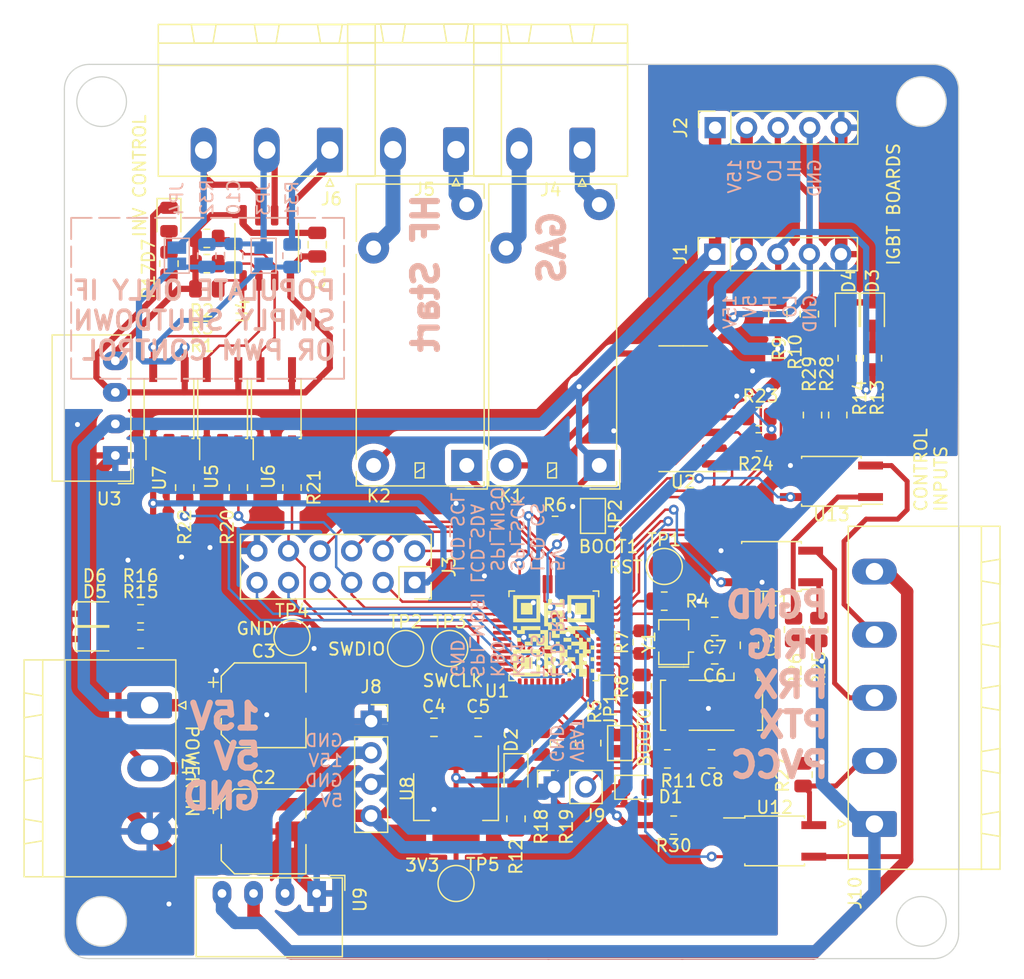
<source format=kicad_pcb>
(kicad_pcb (version 20220914) (generator pcbnew)
  (layers (0 "F.Cu" signal) (31 "B.Cu" signal) (34 "B.Paste" user) (35 "F.Paste" user) (36 "B.SilkS" user "B.Silkscreen") (37 "F.SilkS" user "F.Silkscreen") (38 "B.Mask" user) (39 "F.Mask" user) (44 "Edge.Cuts" user))
  (net 0 "")
  (net 1 "Net-(U3-+VOUT)")
  (net 2 "Net-(D7-K)")
  (net 3 "+5V")
  (net 4 "GND")
  (net 5 "+15V")
  (net 6 "Net-(U1-PD0)")
  (net 7 "Net-(U1-PD1)")
  (net 8 "Net-(U1-VDD)")
  (net 9 "Net-(U1-PC14)")
  (net 10 "Net-(D1-A)")
  (net 11 "Net-(D2-A)")
  (net 12 "Net-(D3-A)")
  (net 13 "Net-(D4-A)")
  (net 14 "Net-(D5-A)")
  (net 15 "Net-(D6-A)")
  (net 16 "Net-(D7-A)")
  (net 17 "/EN2")
  (net 18 "/CLK2")
  (net 19 "/LCD_RST")
  (net 20 "/KB1")
  (net 21 "/LCD_CS")
  (net 22 "/KB0")
  (net 23 "/SPI_MOSI")
  (net 24 "/LCD_SCL")
  (net 25 "/SPI_MISO")
  (net 26 "/LCD_SDA")
  (net 27 "/SPI_SCK")
  (net 28 "/T_CS")
  (net 29 "Net-(J4-Pin_1)")
  (net 30 "Net-(J4-Pin_2)")
  (net 31 "Net-(J5-Pin_1)")
  (net 32 "Net-(J5-Pin_2)")
  (net 33 "Net-(J6-Pin_1)")
  (net 34 "Net-(J6-Pin_2)")
  (net 35 "Net-(J6-Pin_3)")
  (net 36 "Net-(J9-Pin_2)")
  (net 37 "Net-(U1-PC15)")
  (net 38 "Net-(U2-O6)")
  (net 39 "Net-(U2-O7)")
  (net 40 "Net-(U4-~{CS})")
  (net 41 "Net-(U4-SI)")
  (net 42 "Net-(U4-SCK)")
  (net 43 "Net-(U1-NRST)")
  (net 44 "/LED")
  (net 45 "Net-(U1-PA13)")
  (net 46 "Net-(JP1-B)")
  (net 47 "/CLK_")
  (net 48 "/EN_")
  (net 49 "/GAS_")
  (net 50 "/HF_")
  (net 61 "/POT_CS")
  (net 62 "Net-(R20-Pad2)")
  (net 63 "Net-(R21-Pad2)")
  (net 64 "/EN1")
  (net 65 "/CLK1")
  (net 66 "Net-(JP2-B)")
  (net 67 "Net-(R22-Pad2)")
  (net 68 "/PED_GND")
  (net 69 "/PED_VCC")
  (net 70 "/PED_RX")
  (net 71 "Net-(R30-Pad1)")
  (net 72 "Net-(U1-PA14)")
  (net 73 "/TR0")
  (net 74 "/PED_TX")
  (net 75 "/TRIG_EX")
  (net 76 "/PED_RX_")
  (net 77 "/PED_TX_")
  (net 79 "Net-(R25-Pad1)")
  (net 80 "Net-(R26-Pad1)")
  (footprint "Resistor_SMD:R_0805_2012Metric" (layer "F.Cu") (at 59.69 84.074 90)
    (fp_text reference "R22")
    (fp_text value "R_Small")
  )
  (footprint "TestPoint:TestPoint_Pad_D2.5mm" (layer "F.Cu") (at 81.026 97.028)
    (fp_text reference "TP3")
    (fp_text value "TestPoint")
  )
  (footprint "Resistor_SMD:R_0805_2012Metric" (layer "F.Cu") (at 86.36 110.744 90)
    (fp_text reference "R12")
    (fp_text value "R_Small")
  )
  (footprint "Resistor_SMD:R_0805_2012Metric" (layer "F.Cu") (at 89.5115 87.122)
    (fp_text reference "R6")
    (fp_text value "R_Small")
  )
  (footprint "Resistor_SMD:R_0805_2012Metric" (layer "F.Cu") (at 109.982 70.104 90)
    (fp_text reference "R10")
    (fp_text value "R_Small")
  )
  (footprint "Resistor_SMD:R_0805_2012Metric" (layer "F.Cu") (at 64.008 84.074 90)
    (fp_text reference "R20")
    (fp_text value "R_Small")
  )
  (footprint "Relay_THT:Relay_1P1T_NO_10x24x18.8mm_Panasonic_ADW11xxxxW_THT" (layer "F.Cu") (at 93.0655 82.2895 180)
    (fp_text reference "K1")
    (fp_text value "ADW11")
  )
  (footprint "Connector_Phoenix_MSTB:PhoenixContact_MSTBA_2,5_3-G-5,08_1x03_P5.08mm_Horizontal" (layer "F.Cu") (at 56.8635 101.6 -90)
    (fp_text reference "J7")
    (fp_text value "Conn_01x03")
  )
  (footprint "Capacitor_SMD:C_0805_2012Metric" (layer "F.Cu") (at 83.312 103.378)
    (fp_text reference "C5")
    (fp_text value "C_Small")
  )
  (footprint "TestPoint:TestPoint_Pad_D2.5mm" (layer "F.Cu") (at 98.298 90.424)
    (fp_text reference "TP1")
    (fp_text value "TestPoint")
  )
  (footprint "Capacitor_SMD:C_0805_2012Metric" (layer "F.Cu") (at 102.108 105.918 180)
    (fp_text reference "C8")
    (fp_text value "C_Small")
  )
  (footprint "Capacitor_SMD:CP_Elec_6.3x3" (layer "F.Cu") (at 66.04 101.6)
    (fp_text reference "C3")
    (fp_text value "C_Polarized_Small")
  )
  (footprint "Crystal:Crystal_SMD_Abracon_ABS25-4Pin_8.0x3.8mm" (layer "F.Cu") (at 102.108 101.6 -90)
    (fp_text reference "Y3" hide)
    (fp_text value "Crystal_GND24_Small")
  )
  (footprint "Converter_DCDC:Converter_DCDC_Murata_CRE1xxxxxxSC_THT" (layer "F.Cu") (at 70.3105 116.7505 -90)
    (fp_text reference "U9")
    (fp_text value "CRE1S0515SC")
  )
  (footprint "LED_SMD:LED_0805_2012Metric" (layer "F.Cu") (at 115.062 70.104 -90)
    (fp_text reference "D3")
    (fp_text value "LED")
  )
  (footprint "Converter_DCDC:Converter_DCDC_Murata_CRE1xxxxxxSC_THT" (layer "F.Cu") (at 54.102 81.4865 180)
    (fp_text reference "U3")
    (fp_text value "CRE1S0515SC")
  )
  (footprint "Connector_PinSocket_2.54mm:PinSocket_2x06_P2.54mm_Vertical" (layer "F.Cu") (at 78.207 91.714 -90)
    (fp_text reference "J3")
    (fp_text value "Conn_02x06_Odd_Even")
  )
  (footprint "TestPoint:TestPoint_Pad_D2.5mm" (layer "F.Cu") (at 68.326 96.139)
    (fp_text reference "TP4")
    (fp_text value "TestPoint")
  )
  (footprint "LOGO" (layer "F.Cu") (at 89.408 96.012)
    (fp_text reference "G***" hide)
    (fp_text value "LOGO" hide)
  )
  (footprint "Package_SO:SO-4_4.4x3.6mm_P2.54mm" (layer "F.Cu") (at 107.188 112.522)
    (fp_text reference "U12")
    (fp_text value "LTV-357T")
  )
  (footprint "Package_SO:SO-4_4.4x3.6mm_P2.54mm" (layer "F.Cu") (at 58.42 77.724 90)
    (fp_text reference "U7")
    (fp_text value "LTV-357T")
  )
  (footprint "Package_SO:SO-4_4.4x3.6mm_P2.54mm" (layer "F.Cu") (at 111.76 83.566 180)
    (fp_text reference "U13")
    (fp_text value "LTV-357T")
  )
  (footprint "TestPoint:TestPoint_Pad_D2.5mm" (layer "F.Cu") (at 77.47 97.028)
    (fp_text reference "TP2")
    (fp_text value "TestPoint")
  )
  (footprint "Resistor_SMD:R_0805_2012Metric" (layer "F.Cu") (at 61.468 68.072)
    (fp_text reference "R1")
    (fp_text value "R_Small")
  )
  (footprint "Resistor_SMD:R_0805_2012Metric" (layer "F.Cu") (at 88.392 104.648 90)
    (fp_text reference "R18")
    (fp_text value "R_Small")
  )
  (footprint "Jumper:SolderJumper-2_P1.3mm_Open_Pad1.0x1.5mm" (layer "F.Cu") (at 92.5595 86.36 -90)
    (fp_text reference "JP2")
    (fp_text value "SolderJumper_2_Open")
  )
  (footprint "Connector_Phoenix_MSTB:PhoenixContact_MSTBA_2,5_2-G-5,08_1x02_P5.08mm_Horizontal" (layer "F.Cu") (at 91.694 56.896 180)
    (fp_text reference "J4")
    (fp_text value "Conn_01x02")
  )
  (footprint "Resistor_SMD:R_0805_2012Metric" (layer "F.Cu") (at 61.468 66.04)
    (fp_text reference "R3")
    (fp_text value "R_Small")
  )
  (footprint "Capacitor_SMD:C_0805_2012Metric" (layer "F.Cu") (at 79.756 103.378)
    (fp_text reference "C4")
    (fp_text value "C_Small")
  )
  (footprint "Resistor_SMD:R_0805_2012Metric" (layer "F.Cu") (at 61.468 64.008)
    (fp_text reference "R2")
    (fp_text value "R_Small")
  )
  (footprint "Capacitor_SMD:CP_Elec_6.3x3" (layer "F.Cu") (at 66.04 111.76)
    (fp_text reference "C2")
    (fp_text value "C_Polarized_Small")
  )
  (footprint "Package_SO:SOP-16_3.9x9.9mm_P1.27mm" (layer "F.Cu") (at 99.822 77.724 180)
    (fp_text reference "U2")
    (fp_text value "ULN2003")
  )
  (footprint "LED_SMD:LED_0805_2012Metric" (layer "F.Cu") (at 52.578 96.266)
    (fp_text reference "D5")
    (fp_text value "LED")
  )
  (footprint "Resistor_SMD:R_0805_2012Metric" (layer "F.Cu") (at 108.712 95.504 -90)
    (fp_text reference "R26")
    (fp_text value "R_Small")
  )
  (footprint "Package_SO:SOP-8_3.9x4.9mm_P1.27mm" (layer "F.Cu") (at 66.294 64.77 90)
    (fp_text reference "U4")
    (fp_text value "MCP41010")
  )
  (footprint "Connector_Phoenix_MSTB:PhoenixContact_MSTBA_2,5_2-G-5,08_1x02_P5.08mm_Horizontal" (layer "F.Cu") (at 81.534 56.8635 180)
    (fp_text reference "J5")
    (fp_text value "Conn_01x02")
  )
  (footprint "Resistor_SMD:R_0805_2012Metric" (layer "F.Cu") (at 56.134 94.234 180)
    (fp_text reference "R16")
    (fp_text value "R_Small")
  )
  (footprint "Resistor_SMD:R_0805_2012Metric" (layer "F.Cu") (at 98.552 105.918)
    (fp_text reference "R11")
    (fp_text value "R_Small")
  )
  (footprint "LED_SMD:LED_0805_2012Metric" (layer "F.Cu") (at 96.012 108.204)
    (fp_text reference "D1")
    (fp_text value "LED")
  )
  (footprint "Resistor_SMD:R_0805_2012Metric" (layer "F.Cu") (at 56.134 96.266 180)
    (fp_text reference "R15")
    (fp_text value "R_Small")
  )
  (footprint "Connector_PinSocket_2.54mm:PinSocket_1x02_P2.54mm_Vertical" (layer "F.Cu") (at 89.428 108.179 90)
    (fp_text reference "J9")
    (fp_text value "Conn_01x02")
  )
  (footprint "Resistor_SMD:R_0805_2012Metric" (layer "F.Cu") (at 107.442 70.104 90)
    (fp_text reference "R9")
    (fp_text value "R_Small")
  )
  (footprint "LED_SMD:LED_0805_2012Metric" (layer "F.Cu") (at 86.36 107.188 -90)
    (fp_text reference "D2")
    (fp_text value "LED")
  )
  (footprint "Resistor_SMD:R_0805_2012Metric" (layer "F.Cu") (at 113.03 73.66 90)
    (fp_text reference "R14")
    (fp_text value "R_Small")
  )
  (footprint "Package_QFP:LQFP-48_7x7mm_P0.5mm" (layer "F.Cu") (at 89.408 96.012 180)
    (fp_text reference "U1")
    (fp_text value "STM32F103C8Tx")
  )
  (footprint "Package_SO:SO-4_4.4x3.6mm_P2.54mm" (layer "F.Cu") (at 67.056 77.724 90)
    (fp_text reference "U6")
    (fp_text value "LTV-357T")
  )
  (footprint "Capacitor_SMD:C_0805_2012Metric" (layer "F.Cu") (at 70.358 64.516 -90)
    (fp_text reference "C1")
    (fp_text value "C_Small")
  )
  (footprint "Resistor_SMD:R_0805_2012Metric" (layer "F.Cu") (at 58.42 66.04 90)
    (fp_text reference "R17")
    (fp_text value "R_Small")
  )
  (footprint "Resistor_SMD:R_0805_2012Metric" (layer "F.Cu") (at 92.456 104.648 90)
    (fp_text reference "R5")
    (fp_text value "R_Small")
  )
  (footprint "Resistor_SMD:R_0805_2012Metric" (layer "F.Cu") (at 115.062 73.66 90)
    (fp_text reference "R13")
    (fp_text value "R_Small")
  )
  (footprint "Connector_PinSocket_2.54mm:PinSocket_1x04_P2.54mm_Vertical" (layer "F.Cu") (at 74.701 102.88)
    (fp_text reference "J8")
    (fp_text value "Conn_01x04")
  )
  (footprint "Resistor_SMD:R_0805_2012Metric" (layer "F.Cu") (at 96.52 96.52 90)
    (fp_text reference "R7")
    (fp_text value "R_Small")
  )
  (footprint "Resistor_SMD:R_0805_2012Metric" (layer "F.Cu") (at 110.236 78.232 90)
    (fp_text reference "R29")
    (fp_text value "R_Small")
  )
  (footprint "Connector_PinSocket_2.54mm:PinSocket_1x05_P2.54mm_Vertical" (layer "F.Cu") (at 102.392 55.093 90)
    (fp_text reference "J2")
    (fp_text value "Conn_01x05")
  )
  (footprint "Connector_PinSocket_2.54mm:PinSocket_1x05_P2.54mm_Vertical" (layer "F.Cu") (at 102.362 65.278 90)
    (fp_text reference "J1")
    (fp_text value "Conn_01x05")
  )
  (footprint "Package_SO:SO-4_4.4x3.6mm_P2.54mm" (layer "F.Cu") (at 106.934 90.424 180)
    (fp_text reference "U11")
    (fp_text value "LTV-357T")
  )
  (footprint "Resistor_SMD:R_0805_2012Metric" (layer "F.Cu") (at 112.268 78.232 90)
    (fp_text reference "R28")
    (fp_text value "R_Small")
  )
  (footprint "Resistor_SMD:R_0805_2012Metric" (layer "F.Cu") (at 105.918 78.359 180)
    (fp_text reference "R23")
    (fp_text value "R_Small")
  )
  (footprint "Resistor_SMD:R_0805_2012Metric" (layer "F.Cu") (at 98.298 93.218)
    (fp_text reference "R4")
    (fp_text value "R_Small")
  )
  (footprint "LED_SMD:LED_0805_2012Metric" (layer "F.Cu") (at 52.578 94.234)
    (fp_text reference "D6")
    (fp_text value "LED")
  )
  (footprint "Resistor_SMD:R_0805_2012Metric" (layer "F.Cu") (at 99.06 111.252 180)
    (fp_text reference "R30")
    (fp_text value "R_Small")
  )
  (footprint "Connector_Phoenix_MSTB:PhoenixContact_MSTBA_2,5_5-G-5,08_1x05_P5.08mm_Horizontal" (layer "F.Cu") (at 115.2225 111.16 90)
    (fp_text reference "J10")
    (fp_text value "Conn_01x05")
  )
  (footprint "Jumper:SolderJumper-2_P1.3mm_Open_Pad1.0x1.5mm" (layer "F.Cu") (at 94.742 104.648 -90)
    (fp_text reference "JP1")
    (fp_text value "SolderJumper_2_Open")
  )
  (footprint "Capacitor_SMD:C_0805_2012Metric" (layer "F.Cu") (at 105.156 96.774 -90)
    (fp_text reference "C9")
    (fp_text value "C_Small")
  )
  (footprint "Capacitor_SMD:C_0805_2012Metric" (layer "F.Cu") (at 102.362 97.536 180)
    (fp_text reference "C6")
    (fp_text value "C_Small")
  )
  (footprint "TestPoint:TestPoint_Pad_D2.5mm" (layer "F.Cu") (at 81.534 115.951)
    (fp_text reference "TP5")
    (fp_text value "TestPoint")
  )
  (footprint "Resistor_SMD:R_0805_2012Metric" (layer "F.Cu") (at 109.474 107.188 90)
    (fp_text reference "R27")
    (fp_text value "R_Small")
  )
  (footprint "LED_SMD:LED_0805_2012Metric" (layer "F.Cu") (at 58.42 62.484 -90)
    (fp_text reference "D7")
    (fp_text value "LED")
  )
  (footprint "Capacitor_SMD:C_0805_2012Metric" (layer "F.Cu") (at 102.362 95.25 180)
    (fp_text reference "C7")
    (fp_text value "C_Small")
  )
  (footprint "Package_TO_SOT_SMD:SOT-223-3_TabPin2" (layer "F.Cu") (at 81.534 108.966 -90)
    (fp_text reference "U8")
    (fp_text value "AMS1117-2.85")
  )
  (footprint "Resistor_SMD:R_0805_2012Metric" (layer "F.Cu") (at 96.52 100.076 90)
    (fp_text reference "R8")
    (fp_text value "R_Small")
  )
  (footprint "Resistor_SMD:R_0805_2012Metric" (layer "F.Cu") (at 105.918 80.391 180)
    (fp_text reference "R24")
    (fp_text value "R_Small")
  )
  (footprint "Crystal:Resonator_SMD_Murata_CSTxExxV-3Pin_3.0x1.1mm" (layer "F.Cu") (at 99.06 96.52 90)
    (fp_text reference "Y1")
    (fp_text value "Crystal_GND2_Small")
  )
  (footprint "Resistor_SMD:R_0805_2012Metric" (layer "F.Cu") (at 90.424 104.648 90)
    (fp_text reference "R19")
    (fp_text value "R_Small")
  )
  (footprint "LED_SMD:LED_0805_2012Metric" (layer "F.Cu") (at 113.03 70.104 -90)
    (fp_text reference "D4")
    (fp_text value "LED")
  )
  (footprint "Resistor_SMD:R_0805_2012Metric" (layer "F.Cu") (at 110.744 95.504 -90)
    (fp_text reference "R25")
    (fp_text value "R_Small")
  )
  (footprint "Connector_Phoenix_MSTB:PhoenixContact_MSTBA_2,5_3-G-5,08_1x03_P5.08mm_Horizontal" (layer "F.Cu") (at 71.374 56.896 180)
    (fp_text reference "J6")
    (fp_text value "Conn_01x03")
  )
  (footprint "Package_SO:SO-4_4.4x3.6mm_P2.54mm" (layer "F.Cu") (at 62.738 77.724 90)
    (fp_text reference "U5")
    (fp_text value "LTV-357T")
  )
  (footprint "Relay_THT:Relay_1P1T_NO_10x24x18.8mm_Panasonic_ADW11xxxxW_THT" (layer "F.Cu") (at 82.3975 82.2895 180)
    (fp_text reference "K2")
    (fp_text value "ADW11")
  )
  (footprint "Resistor_SMD:R_0805_2012Metric" (layer "F.Cu") (at 68.326 84.074 90)
    (fp_text reference "R21")
    (fp_text value "R_Small")
  )
  (footprint "Resistor_SMD:R_0805_2012Metric" (layer "B.Cu") (at 61.468 65.405 90)
    (fp_text reference "R32")
    (fp_text value "R_Small")
  )
  (footprint "Jumper:SolderJumper-2_P1.3mm_Open_Pad1.0x1.5mm" (layer "B.Cu") (at 59.055 65.405 90)
    (fp_text reference "JP4")
    (fp_text value "SolderJumper_2_Open")
  )
  (footprint "Capacitor_SMD:C_0805_2012Metric" (layer "B.Cu") (at 63.627 65.405 90)
    (fp_text reference "C10")
    (fp_text value "C_Small")
  )
  (footprint "Jumper:SolderJumper-2_P1.3mm_Open_Pad1.0x1.5mm" (layer "B.Cu") (at 66.04 65.405 90)
    (fp_text reference "JP3")
    (fp_text value "SolderJumper_2_Open")
  )
  (footprint "Resistor_SMD:R_0805_2012Metric" (layer "B.Cu") (at 68.326 65.405 90)
    (fp_text reference "R31")
    (fp_text value "R_Small")
  )
  (gr_rect (start 50.546 62.357) (end 72.517 75.311) (stroke (width 0.15) (type dash)) (fill none) (layer "B.SilkS"))
  (gr_arc (start 122 120) (mid 121.414214 121.414214) (end 120 122) (stroke (width 0.1)) (layer "Edge.Cuts"))
  (gr_circle (center 119 119) (end 117 119) (stroke (width 0.1)) (fill none) (layer "Edge.Cuts"))
  (gr_line (start 50 120) (end 50 52) (stroke (width 0.1)) (layer "Edge.Cuts"))
  (gr_circle (center 119 53) (end 117 53) (stroke (width 0.1)) (fill none) (layer "Edge.Cuts"))
  (gr_circle locked (center 53 53) (end 51 53) (stroke (width 0.1)) (fill none) (layer "Edge.Cuts"))
  (gr_line (start 122 52) (end 122 120) (stroke (width 0.1)) (layer "Edge.Cuts"))
  (gr_line (start 52 50) (end 120 50) (stroke (width 0.1)) (layer "Edge.Cuts"))
  (gr_circle (center 53 119) (end 51 119) (stroke (width 0.1)) (fill none) (layer "Edge.Cuts"))
  (gr_arc (start 120 50) (mid 121.414214 50.585786) (end 122 52) (stroke (width 0.1)) (layer "Edge.Cuts"))
  (gr_line (start 120 122) (end 52 122) (stroke (width 0.1)) (layer "Edge.Cuts"))
  (gr_arc (start 52 122) (mid 50.585786 121.414214) (end 50 120) (stroke (width 0.1)) (layer "Edge.Cuts"))
  (gr_arc locked (start 50 52) (mid 50.585786 50.585786) (end 52 50) (stroke (width 0.1)) (layer "Edge.Cuts"))
  (gr_text "15V\n5V\nHI\nLO\nGND" (at 110.617 68.453 90) (layer "B.SilkS") (effects (font (size 1 1)) (justify left bottom mirror)))
  (gr_text "PGND\nTRIG\nPRX\nPTX\nPVCC" (at 111.76 107.569) (layer "B.SilkS") (effects (font (size 2 2) (thickness 0.5) bold) (justify left bottom mirror)))
  (gr_text "15V\n5V\nGND" (at 66.04 110.109) (layer "B.SilkS") (effects (font (size 2 2) (thickness 0.5) bold) (justify left bottom mirror)))
  (gr_text "GAS" (at 90.424 61.595 90) (layer "B.SilkS") (effects (font (size 2 2) (thickness 0.5) bold) (justify left bottom mirror)))
  (gr_text "POPULATE ONLY IF\nSIMPLY SHUTDOWN\nOR PWM CONTROL" (at 72.009 73.914) (layer "B.SilkS") (effects (font (size 1.5 1.5) (thickness 0.3) bold) (justify left bottom mirror)))
  (gr_text "GND\n15V\nGND\n5V\n" (at 72.517 109.855) (layer "B.SilkS") (effects (font (size 1 1)) (justify left bottom mirror)))
  (gr_text "VBAT\nGND" (at 89.027 106.299 -90) (layer "B.SilkS") (effects (font (size 1 1)) (justify left bottom mirror)))
  (gr_text "15V\n5V\nLO\nHI\nGND" (at 110.998 57.531 90) (layer "B.SilkS") (effects (font (size 1 1)) (justify left bottom mirror)))
  (gr_text "LCD_RST	 5V\nT_CS	 LCD_CS\nKB1 	 SPI_SCK\nKB0		 SPI_MISO\nSPI_MOSI LCD_SDA\nGND 	 LCD_SCL" (at 81.026 99.441 -90) (layer "B.SilkS") (effects (font (size 1 1)) (justify left bottom mirror)))
  (gr_text "HF Start" (at 80.264 60.198 90) (layer "B.SilkS") (effects (font (size 2 2) (thickness 0.5) bold) (justify left bottom mirror)))
  (gr_text "SWDIO" (at 71.12 97.663) (layer "F.SilkS") (effects (font (size 1 1)) (justify left bottom)))
  (gr_text "CONTROL\nINPUTS" (at 121.158 86.106 90) (layer "F.SilkS") (effects (font (size 1 1)) (justify left bottom)))
  (gr_text "RST" (at 93.726 91.059) (layer "F.SilkS") (effects (font (size 1 1)) (justify left bottom)))
  (gr_text "INV CONTROL" (at 56.642 64.008 90) (layer "F.SilkS") (effects (font (size 1 1)) (justify left bottom)))
  (gr_text "GND" (at 63.754 96.012) (layer "F.SilkS") (effects (font (size 1 1)) (justify left bottom)))
  (gr_text "3V3" (at 77.343 115.062) (layer "F.SilkS") (effects (font (size 1 1)) (justify left bottom)))
  (gr_text "SWCLK\n" (at 78.74 100.203) (layer "F.SilkS") (effects (font (size 1 1)) (justify left bottom)))
  (gr_text "POWER IN" (at 59.69 103.124 -90) (layer "F.SilkS") (effects (font (size 1 1)) (justify left bottom)))
  (gr_text "BOOT0" (at 97.282 106.68 90) (layer "F.SilkS") (effects (font (size 1 1)) (justify left bottom)))
  (gr_text "BOOT1" (at 91.313 89.408) (layer "F.SilkS") (effects (font (size 1 1)) (justify left bottom)))
  (gr_text "IGBT BOARDS" (at 117.348 66.294 90) (layer "F.SilkS") (effects (font (size 1 1)) (justify left bottom)))
  (segment (start 54.102 73.152) (end 58.547 68.707) (width 0.5) (layer "F.Cu") (net 1))
  (segment (start 64.389 62.145) (end 64.389 62.865) (width 0.5) (layer "F.Cu") (net 1))
  (segment (start 65.09 63.566) (end 70.358 63.566) (width 0.5) (layer "F.Cu") (net 1))
  (segment (start 64.389 62.865) (end 65.09 63.566) (width 0.5) (layer "F.Cu") (net 1))
  (segment (start 59.182 68.072) (end 60.5555 68.072) (width 0.5) (layer "F.Cu") (net 1))
  (segment (start 60.5555 68.072) (end 60.5555 64.008) (width 0.5) (layer "F.Cu") (net 1))
  (segment (start 54.102 73.8665) (end 54.102 73.152) (width 0.5) (layer "F.Cu") (net 1))
  (segment (start 60.5555 64.008) (end 60.5555 63.3965) (width 0.5) (layer "F.Cu") (net 1))
  (segment (start 58.547 68.707) (end 59.182 68.072) (width 0.5) (layer "F.Cu") (net 1))
  (segment (start 58.42 66.9525) (end 58.42 68.58) (width 0.5) (layer "F.Cu") (net 1))
  (segment (start 58.42 68.58) (end 58.547 68.707) (width 0.5) (layer "F.Cu") (net 1))
  (segment (start 60.5555 63.3965) (end 61.807 62.145) (width 0.5) (layer "F.Cu") (net 1))
  (segment (start 61.807 62.145) (end 64.389 62.145) (width 0.5) (layer "F.Cu") (net 1))
  (segment (start 53.8005 76.4065) (end 52.578 75.184) (width 0.5) (layer "F.Cu") (net 2))
  (segment (start 68.199 67.395) (end 68.199 68.707) (width 0.5) (layer "F.Cu") (net 2))
  (segment (start 69.154 65.466) (end 70.358 65.466) (width 0.5) (layer "F.Cu") (net 2))
  (segment (start 57.15 68.834) (end 57.15 62.23) (width 0.5) (layer "F.Cu") (net 2))
  (segment (start 68.3735 76.4065) (end 63.9605 76.4065) (width 0.5) (layer "F.Cu") (net 2))
  (segment (start 68.326 74.574) (end 68.326 76.359) (width 0.5) (layer "F.Cu") (net 2))
  (segment (start 68.326 76.359) (end 68.3735 76.4065) (width 0.5) (layer "F.Cu") (net 2))
  (segment (start 52.578 75.184) (end 52.578 73.406) (width 0.5) (layer "F.Cu") (net 2))
  (segment (start 63.9605 76.4065) (end 59.6425 76.4065) (width 0.5) (layer "F.Cu") (net 2))
  (segment (start 59.69 74.574) (end 59.69 72.771) (width 0.5) (layer "F.Cu") (net 2))
  (segment (start 52.578 73.406) (end 57.15 68.834) (width 0.5) (layer "F.Cu") (net 2))
  (segment (start 59.69 76.359) (end 59.6425 76.4065) (width 0.5) (layer "F.Cu") (net 2))
  (segment (start 54.102 76.4065) (end 53.8005 76.4065) (width 0.5) (layer "F.Cu") (net 2))
  (segment (start 57.8335 61.5465) (end 58.42 61.5465) (width 0.5) (layer "F.Cu") (net 2))
  (segment (start 68.199 66.421) (end 69.154 65.466) (width 0.5) (layer "F.Cu") (net 2))
  (segment (start 69.3895 76.4065) (end 68.3735 76.4065) (width 0.5) (layer "F.Cu") (net 2))
  (segment (start 64.008 76.359) (end 63.9605 76.4065) (width 0.5) (layer "F.Cu") (net 2))
  (segment (start 59.6425 76.4065) (end 54.102 76.4065) (width 0.5) (layer "F.Cu") (net 2))
  (segment (start 71.369 74.427) (end 69.3895 76.4065) (width 0.5) (layer "F.Cu") (net 2))
  (segment (start 71.369 71.877) (end 71.369 74.427) (width 0.5) (layer "F.Cu") (net 2))
  (segment (start 57.15 62.23) (end 57.8335 61.5465) (width 0.5) (layer "F.Cu") (net 2))
  (segment (start 68.199 68.707) (end 71.369 71.877) (width 0.5) (layer "F.Cu") (net 2))
  (segment (start 59.69 74.574) (end 59.69 76.359) (width 0.5) (layer "F.Cu") (net 2))
  (segment (start 68.199 67.395) (end 68.199 66.421) (width 0.5) (layer "F.Cu") (net 2))
  (segment (start 64.008 74.574) (end 64.008 76.359) (width 0.5) (layer "F.Cu") (net 2))
  (via (at 59.69 72.771) (size 0.8) (drill 0.4) (layers "F.Cu" "B.Cu") (net 2))
  (segment (start 59.3175 66.3175) (end 59.055 66.055) (width 0.4) (layer "B.Cu") (net 2))
  (segment (start 63.627 66.355) (end 61.5055 66.355) (width 0.4) (layer "B.Cu") (net 2))
  (segment (start 56.007 69.103) (end 59.055 66.055) (width 0.5) (layer "B.Cu") (net 2))
  (segment (start 59.69 72.771) (end 58.547 73.914) (width 0.5) (layer "B.Cu") (net 2))
  (segment (start 61.5055 66.355) (end 61.468 66.3175) (width 0.4) (layer "B.Cu") (net 2))
  (segment (start 56.007 73.533) (end 56.007 69.103) (width 0.5) (layer "B.Cu") (net 2))
  (segment (start 58.547 73.914) (end 56.388 73.914) (width 0.5) (layer "B.Cu") (net 2))
  (segment (start 56.388 73.914) (end 56.007 73.533) (width 0.5) (layer "B.Cu") (net 2))
  (segment (start 61.468 66.3175) (end 59.3175 66.3175) (width 0.4) (layer "B.Cu") (net 2))
  (segment (start 56.8635 106.68) (end 60.452 106.68) (width 1) (layer "F.Cu") (net 3))
  (segment (start 78.806 103.378) (end 78.806 105.388) (width 0.4) (layer "F.Cu") (net 3))
  (segment (start 65.786 79.502) (end 65.278 78.994) (width 0.5) (layer "F.Cu") (net 3))
  (segment (start 112.268 77.3195) (end 110.236 77.3195) (width 0.2) (layer "F.Cu") (net 3))
  (segment (start 57.15 80.874) (end 57.15 85.334) (width 0.5) (layer "F.Cu") (net 3))
  (segment (start 72.908 110.5) (end 71.976 109.568) (width 1) (layer "F.Cu") (net 3))
  (segment (start 65.786 80.874) (end 65.786 79.502) (width 0.5) (layer "F.Cu") (net 3))
  (segment (start 76.708 101.346) (end 76.708 109.22) (width 0.5) (layer "F.Cu") (net 3))
  (segment (start 107.442 72.898) (end 107.442 71.0165) (width 0.5) (layer "F.Cu") (net 3))
  (segment (start 57.658 78.994) (end 57.15 79.502) (width 0.5) (layer "F.Cu") (net 3))
  (segment (start 65.532 99.314) (end 74.676 99.314) (width 0.5) (layer "F.Cu") (net 3))
  (segment (start 61.468 80.874) (end 61.468 78.994) (width 0.5) (layer "F.Cu") (net 3))
  (segment (start 79.234 105.816) (end 79.234 108.218) (width 0.4) (layer "F.Cu") (net 3))
  (segment (start 65.278 78.994) (end 61.468 78.994) (width 0.5) (layer "F.Cu") (net 3))
  (segment (start 54.356 104.1725) (end 56.8635 106.68) (width 0.5) (layer "F.Cu") (net 3))
  (segment (start 75.428 110.5) (end 74.701 110.5) (width 0.5) (layer "F.Cu") (net 3))
  (segment (start 106.8305 79.4785) (end 106.934 79.375) (width 0.2) (layer "F.Cu") (net 3))
  (segment (start 57.658 99.568) (end 55.245 99.568) (width 0.5) (layer "F.Cu") (net 3))
  (segment (start 57.0465 96.266) (end 57.912 96.266) (width 0.5) (layer "F.Cu") (net 3))
  (segment (start 71.976 109.568) (end 63.34 109.568) (width 1) (layer "F.Cu") (net 3))
  (segment (start 78.806 105.388) (end 79.234 105.816) (width 0.4) (layer "F.Cu") (net 3))
  (segment (start 60.452 106.68) (end 63.34 109.568) (width 1) (layer "F.Cu") (net 3))
  (segment (start 61.468 78.994) (end 57.658 78.994) (width 0.5) (layer "F.Cu") (net 3))
  (segment (start 57.15 85.334) (end 57.145 85.339) (width 0.5) (layer "F.Cu") (net 3))
  (segment (start 58.42 96.774) (end 58.42 98.806) (width 0.5) (layer "F.Cu") (net 3))
  (segment (start 57.145 90.927) (end 65.532 99.314) (width 0.5) (layer "F.Cu") (net 3))
  (segment (start 57.912 96.266) (end 58.42 96.774) (width 0.5) (layer "F.Cu") (net 3))
  (segment (start 63.34 109.568) (end 63.34 111.76) (width 1) (layer "F.Cu") (net 3))
  (segment (start 54.356 100.457) (end 54.356 104.1725) (width 0.5) (layer "F.Cu") (net 3))
  (segment (start 98.1475 111.252) (end 95.25 111.252) (width 0.5) (layer "F.Cu") (net 3))
  (segment (start 106.8305 80.391) (end 106.8305 79.4785) (width 0.2) (layer "F.Cu") (net 3))
  (segment (start 106.8305 79.2715) (end 106.8305 78.359) (width 0.2) (layer "F.Cu") (net 3))
  (segment (start 55.245 99.568) (end 54.356 100.457) (width 0.5) (layer "F.Cu") (net 3))
  (segment (start 110.236 77.3195) (end 109.3235 77.3195) (width 0.2) (layer "F.Cu") (net 3))
  (segment (start 57.145 85.339) (end 57.145 90.927) (width 0.5) (layer "F.Cu") (net 3))
  (segment (start 74.701 110.5) (end 72.908 110.5) (width 1) (layer "F.Cu") (net 3))
  (segment (start 57.15 79.502) (end 57.15 80.874) (width 0.5) (layer "F.Cu") (net 3))
  (segment (start 109.3235 77.3195) (end 107.442 75.438) (width 0.2) (layer "F.Cu") (net 3))
  (segment (start 106.934 79.375) (end 106.8305 79.2715) (width 0.2) (layer "F.Cu") (net 3))
  (segment (start 104.932 55.093) (end 104.932 65.253) (width 1) (layer "F.Cu") (net 3))
  (segment (start 95.25 111.252) (end 94.488 110.49) (width 0.5) (layer "F.Cu") (net 3))
  (segment (start 107.442 75.438) (end 107.442 72.898) (width 1) (layer "F.Cu") (net 3))
  (segment (start 74.676 99.314) (end 76.708 101.346) (width 0.5) (layer "F.Cu") (net 3))
  (segment (start 109.982 71.0165) (end 107.442 71.0165) (width 0.5) (layer "F.Cu") (net 3))
  (segment (start 106.68 76.2) (end 107.442 75.438) (width 1) (layer "F.Cu") (net 3))
  (segment (start 58.42 98.806) (end 57.658 99.568) (width 0.5) (layer "F.Cu") (net 3))
  (segment (start 76.952 110.5) (end 74.701 110.5) (width 0.4) (layer "F.Cu") (net 3))
  (segment (start 76.708 109.22) (end 75.428 110.5) (width 0.5) (layer "F.Cu") (net 3))
  (segment (start 74.701 110.769) (end 74.701 110.5) (width 0.5) (layer "F.Cu") (net 3))
  (segment (start 79.234 108.218) (end 76.952 110.5) (width 0.4) (layer "F.Cu") (net 3))
  (via (at 94.488 110.49) (size 0.8) (drill 0.4) (layers "F.Cu" "B.Cu") (net 3))
  (via (at 106.934 79.375) (size 0.8) (drill 0.4) (layers "F.Cu" "B.Cu") (net 3))
  (via (at 106.68 76.2) (size 0.8) (drill 0.4) (layers "F.Cu" "B.Cu") (net 3))
  (via (at 57.145 85.339) (size 0.8) (drill 0.4) (layers "F.Cu" "B.Cu") (net 3))
  (via (at 107.442 72.898) (size 0.8) (drill 0.4) (layers "F.Cu" "B.Cu") (net 3))
  (segment (start 80.518 90.424) (end 80.518 87.376) (width 0.5) (layer "B.Cu") (net 3))
  (segment (start 78.486 85.344) (end 57.15 85.344) (width 0.5) (layer "B.Cu") (net 3))
  (segment (start 94.488 110.49) (end 93.853 109.855) (width 0.5) (layer "B.Cu") (net 3))
  (segment (start 95.25 108.204) (end 93.599 109.855) (width 1) (layer "B.Cu") (net 3))
  (segment (start 95.25 87.63) (end 95.25 108.204) (width 1) (layer "B.Cu") (net 3))
  (segment (start 106.934 79.375) (end 105.3465 77.7875) (width 0.2) (layer "B.Cu") (net 3))
  (segment (start 77.231 113.03) (end 74.701 110.5) (width 1) (layer "B.Cu") (net 3))
  (segment (start 104.870365 72.898) (end 102.786 70.813635) (width 1) (layer "B.Cu") (net 3))
  (segment (start 57.15 85.344) (end 57.145 85.339) (width 0.5) (layer "B.Cu") (net 3))
  (segment (start 102.786 67.959) (end 104.932 65.813) (width 1) (layer "B.Cu") (net 3))
  (segment (start 104.932 65.813) (end 104.932 65.253) (width 1) (layer "B.Cu") (net 3))
  (segment (start 106.68 76.2) (end 105.3465 77.5335) (width 1) (layer "B.Cu") (net 3))
  (segment (start 93.599 109.855) (end 90.424 113.03) (width 1) (layer "B.Cu") (net 3))
  (segment (start 105.3465 77.5335) (end 95.25 87.63) (width 1) (layer "B.Cu") (net 3))
  (segment (start 78.207 91.714) (end 79.228 91.714) (width 0.5) (layer "B.Cu") (net 3))
  (segment (start 90.424 113.03) (end 77.231 113.03) (width 1) (layer "B.Cu") (net 3))
  (segment (start 105.3465 77.7875) (end 105.3465 77.5335) (width 0.2) (layer "B.Cu") (net 3))
  (segment (start 93.853 109.855) (end 93.599 109.855) (width 0.5) (layer "B.Cu") (net 3))
  (segment (start 80.518 87.376) (end 78.486 85.344) (width 0.5) (layer "B.Cu") (net 3))
  (segment (start 107.442 72.898) (end 104.870365 72.898) (width 1) (layer "B.Cu") (net 3))
  (segment (start 102.786 70.813635) (end 102.786 67.959) (width 1) (layer "B.Cu") (net 3))
  (segment (start 79.228 91.714) (end 80.518 90.424) (width 0.5) (layer "B.Cu") (net 3))
  (segment (start 56.8635 111.76) (end 51.6405 106.537) (width 1) (layer "F.Cu") (net 4))
  (segment (start 101.6 107.95) (end 99.314 107.95) (width 0.2) (layer "F.Cu") (net 4))
  (segment (start 84.516 103.632) (end 84.262 103.378) (width 0.5) (layer "F.Cu") (net 4))
  (segment (start 102.322 77.089) (end 103.759 77.089) (width 0.2) (layer "F.Cu") (net 4))
  (segment (start 113.03 69.1665) (end 115.062 69.1665) (width 0.5) (layer "F.Cu") (net 4))
  (segment (start 66.294 102.362) (end 67.056 101.6) (width 1) (layer "F.Cu") (net 4))
  (segment (start 101.974 102.616) (end 104.274 102.616) (width 0.2) (layer "F.Cu") (net 4))
  (segment (start 99.358 100) (end 101.212 101.854) (width 0.2) (layer "F.Cu") (net 4))
  (segment (start 103.058 105.918) (end 103.058 106.492) (width 0.2) (layer "F.Cu") (net 4))
  (segment (start 103.312 96.274398) (end 103.312 96.454) (width 0.2) (layer "F.Cu") (net 4))
  (segment (start 89.230878 96.570122) (end 89.400436 96.570122) (width 0.2) (layer "F.Cu") (net 4))
  (segment (start 85.598 103.632) (end 84.516 103.632) (width 0.5) (layer "F.Cu") (net 4))
  (segment (start 91.658 100.94233) (end 94.71367 103.998) (width 0.2) (layer "F.Cu") (net 4))
  (segment (start 86.36 106.2505) (end 84.2685 106.2505) (width 0.2) (layer "F.Cu") (net 4))
  (segment (start 51.6405 83.948) (end 54.102 81.4865) (width 1) (layer "F.Cu") (net 4))
  (segment (start 61.722 88.9) (end 65.233 88.9) (width 1) (layer "F.Cu") (net 4))
  (segment (start 104.274 102.616) (end 104.858 103.2) (width 0.2) (layer "F.Cu") (net 4))
  (segment (start 102.607 96.275) (end 102.607602 96.274398) (width 0.2) (layer "F.Cu") (net 4))
  (segment (start 86.995 97.409) (end 86.142 98.262) (width 0.2) (layer "F.Cu") (net 4))
  (segment (start 84.2685 106.2505) (end 83.834 105.816) (width 0.2) (layer "F.Cu") (net 4))
  (segment (start 65.233 88.9) (end 65.507 89.174) (width 1) (layer "F.Cu") (net 4))
  (segment (start 51.6405 94.234) (end 51.6405 83.948) (width 1) (layer "F.Cu") (net 4))
  (segment (start 101.854 102.496) (end 101.974 102.616) (width 0.2) (layer "F.Cu") (net 4))
  (segment (start 95.0745 108.6335) (end 93.98 109.728) (width 0.5) (layer "F.Cu") (net 4))
  (segment (start 83.834 103.806) (end 84.262 103.378) (width 0.4) (layer "F.Cu") (net 4))
  (segment (start 90.551 95.885) (end 91.174 95.262) (width 0.2) (layer "F.Cu") (net 4))
  (segment (start 101.212 101.854) (end 101.854 101.854) (width 0.2) (layer "F.Cu") (net 4))
  (segment (start 103.759 77.089) (end 104.14 76.708) (width 0.2) (layer "F.Cu") (net 4))
  (segment (start 86.995 96.139) (end 86.995 97.409) (width 0.2) (layer "F.Cu") (net 4))
  (segment (start 99.06 96.52) (end 99.305 96.275) (width 0.2) (layer "F.Cu") (net 4))
  (segment (start 86.142 98.262) (end 85.2455 98.262) (width 0.2) (layer "F.Cu") (net 4))
  (segment (start 67.352 113.792) (end 66.294 113.792) (width 1) (layer "F.Cu") (net 4))
  (segment (start 83.137 102.253) (end 81.831 102.253) (width 0.4) (layer "F.Cu") (net 4))
  (segment (start 89.916 109.728) (end 89.428 109.24) (width 0.5) (layer "F.Cu") (net 4))
  (segment (start 89.428 109.24) (end 89.428 108.179) (width 0.5) (layer "F.Cu") (net 4))
  (segment (start 104.013 73.279) (end 105.41 74.676) (width 0.5) (layer "F.Cu") (net 4))
  (segment (start 103.312 96.454) (end 103.312 97.536) (width 0.2) (layer "F.Cu") (net 4))
  (segment (start 70.3105 116.7505) (end 67.352 113.792) (width 1) (layer "F.Cu") (net 4))
  (segment (start 112.552 68.6885) (end 113.03 69.1665) (width 0.5) (layer "F.Cu") (net 4))
  (segment (start 91.658 98.827686) (end 91.658 100.1745) (width 0.2) (layer "F.Cu") (net 4))
  (segment (start 102.322 73.279) (end 104.013 73.279) (width 0.5) (layer "F.Cu") (net 4))
  (segment (start 81.831 102.253) (end 80.706 103.378) (width 0.4) (layer "F.Cu") (net 4))
  (segment (start 68.74 111.76) (end 68.326 111.76) (width 1) (layer "F.Cu") (net 4))
  (segment (start 99.314 107.95) (end 97.536 109.728) (width 0.2) (layer "F.Cu") (net 4))
  (segment (start 106.181 96.849) (end 105.156 95.824) (width 0.2) (layer "F.Cu") (net 4))
  (segment (start 87.249 93.345) (end 87.158 93.254) (width 0.2) (layer "F.Cu") (net 4))
  (segment (start 91.174 95.262) (end 93.5705 95.262) (width 0.2) (layer "F.Cu") (net 4))
  (segment (start 95.0745 108.204) (end 95.0745 108.6335) (width 0.5) (layer "F.Cu") (net 4))
  (segment (start 68.326 111.76) (end 66.294 113.792) (width 1) (layer "F.Cu") (net 4))
  (segment (start 89.400436 96.570122) (end 91.658 98.827686) (width 0.2) (layer "F.Cu") (net 4))
  (segment (start 92.4475 85.598) (end 92.5595 85.71) (width 0.2) (layer "F.Cu") (net 4))
  (segment (start 105.156 95.824) (end 103.762398 95.824) (width 0.2) (layer "F.Cu") (net 4))
  (segment (start 94.71367 103.998) (end 94.742 103.998) (width 0.2) (layer "F.Cu") (net 4))
  (segment (start 112.552 55.093) (end 112.552 65.253) (width 1) (layer "F.Cu") (net 4))
  (segment (start 90.932 85.598) (end 92.4475 85.598) (width 0.2) (layer "F.Cu") (net 4))
  (segment (start 83.834 105.816) (end 83.834 103.806) (width 0.4) (layer "F.Cu") (net 4))
  (segment (start 58.8955 113.792) (end 56.8635 111.76) (width 1) (layer "F.Cu") (net 4))
  (segment (start 101.854 101.854) (end 101.854 102.496) (width 0.2) (layer "F.Cu") (net 4))
  (segment (start 112.552 65.253) (end 112.552 68.6885) (width 0.5) (layer "F.Cu") (net 4))
  (segment (start 97.322 77.089) (end 96.647 77.089) (width 0.2) (layer "F.Cu") (net 4))
  (segment (start 102.607602 96.274398) (end 103.312 96.274398) (width 0.2) (layer "F.Cu") (net 4))
  (segment (start 84.262 103.378) (end 83.137 102.253) (width 0.4) (layer "F.Cu") (net 4))
  (segment (start 51.6405 106.537) (end 51.6405 94.234) (width 1) (layer "F.Cu") (net 4))
  (segment (start 51.6405 96.266) (end 51.6405 94.234) (width 0.5) (layer "F.Cu") (net 4))
  (segment (start 66.294 113.792) (end 58.8955 113.792) (width 1) (layer "F.Cu") (net 4))
  (segment (start 51.6405 96.266) (end 51.6405 106.537) (width 0.5) (layer "F.Cu") (net 4))
  (segment (start 87.158 93.254) (end 87.158 91.8495) (width 0.2) (layer "F.Cu") (net 4))
  (segment (start 87.757 93.345) (end 87.249 93.345) (width 0.2) (layer "F.Cu") (net 4))
  (segment (start 91.658 100.1745) (end 91.658 100.94233) (width 0.2) (layer "F.Cu") (net 4))
  (segment (start 106.181 101.877) (end 106.181 96.849) (width 0.2) (layer "F.Cu") (net 4))
  (segment (start 99.305 96.275) (end 102.607 96.275) (width 0.2) (layer "F.Cu") (net 4))
  (segment (start 97.536 109.728) (end 93.98 109.728) (width 0.2) (layer "F.Cu") (net 4))
  (segment (start 103.058 106.492) (end 101.6 107.95) (width 0.2) (layer "F.Cu") (net 4))
  (segment (start 103.312 95.25) (end 103.312 96.274398) (width 0.2) (layer "F.Cu") (net 4))
  (segment (start 103.058 105) (end 104.858 103.2) (width 0.2) (layer "F.Cu") (net 4))
  (segment (start 93.98 109.728) (end 89.916 109.728) (width 0.5) (layer "F.Cu") (net 4))
  (segment (start 67.056 101.6) (end 68.74 101.6) (width 1) (layer "F.Cu") (net 4))
  (segment (start 96.647 77.089) (end 94.234 79.502) (width 0.2) (layer "F.Cu") (net 4))
  (segment (start 104.858 103.2) (end 106.181 101.877) (width 0.2) (layer "F.Cu") (net 4))
  (segment (start 103.058 105.918) (end 103.058 105) (width 0.2) (layer "F.Cu") (net 4))
  (segment (start 103.762398 95.824) (end 103.312 96.274398) (width 0.2) (layer "F.Cu") (net 4))
  (via (at 87.757 93.345) (size 0.8) (drill 0.4) (layers "F.Cu" "B.Cu") (net 4))
  (via (at 61.722 88.9) (size 0.8) (drill 0.4) (layers "F.Cu" "B.Cu") (net 4))
  (via (at 79.756 109.982) (size 0.8) (drill 0.4) (layers "F.Cu" "B.Cu") (net 4))
  (via (at 106.172 91.694) (size 0.8) (drill 0.4) (layers "F.Cu" "B.Cu") (net 4))
  (via (at 70.104 97.028) (size 0.8) (drill 0.4) (layers "F.Cu" "B.Cu") (net 4))
  (via (at 62.23 98.806) (size 0.8) (drill 0.4) (layers "F.Cu" "B.Cu") (net 4))
  (via (at 86.995 96.139) (size 0.8) (drill 0.4) (layers "F.Cu" "B.Cu") (net 4))
  (via (at 58.42 117.602) (size 0.8) (drill 0.4) (layers "F.Cu" "B.Cu") (net 4))
  (via (at 59.436 89.662) (size 0.8) (drill 0.4) (layers "F.Cu" "B.Cu") (net 4))
  (via (at 101.092 93.218) (size 0.8) (drill 0.4) (layers "F.Cu" "B.Cu") (net 4))
  (via (at 85.598 103.632) (size 0.8) (drill 0.4) (layers "F.Cu" "B.Cu") (net 4))
  (via (at 105.41 74.676) (size 0.8) (drill 0.4) (layers "F.Cu" "B.Cu") (net 4))
  (via (at 90.932 85.598) (size 0.8) (drill 0.4) (layers "F.Cu" "B.Cu") (net 4))
  (via (at 83.82 91.186) (size 0.8) (drill 0.4) (layers "F.Cu" "B.Cu") (net 4))
  (via (at 90.551 95.885) (size 0.8) (drill 0.4) (layers "F.Cu" "B.Cu") (net 4))
  (via (at 51.054 78.994) (size 0.8) (drill 0.4) (layers "F.Cu" "B.Cu") (net 4))
  (via (at 66.294 102.362) (size 0.8) (drill 0.4) (layers "F.Cu" "B.Cu") (net 4))
  (via (at 55.118 89.916) (size 0.8) (drill 0.4) (layers "F.Cu" "B.Cu") (net 4))
  (via (at 102.87 89.154) (size 0.8) (drill 0.4) (layers "F.Cu" "B.Cu") (net 4))
  (via (at 101.854 101.854) (size 0.8) (drill 0.4) (layers "F.Cu" "B.Cu") (net 4))
  (via (at 94.234 79.502) (size 0.8) (drill 0.4) (layers "F.Cu" "B.Cu") (net 4))
  (via (at 81.534 85.344) (size 0.8) (drill 0.4) (layers "F.Cu" "B.Cu") (net 4))
  (via (at 108.458 82.296) (size 0.8) (drill 0.4) (layers "F.Cu" "B.Cu") (net 4))
  (via (at 89.230878 96.570122) (size 0.8) (drill 0.4) (layers "F.Cu" "B.Cu") (net 4))
  (via (at 104.14 76.708) (size 0.8) (drill 0.4) (layers "F.Cu" "B.Cu") (net 4))
  (segment (start 93.726 86.106) (end 99.822 80.01) (width 1) (layer "B.Cu") (net 4))
  (segment (start 91.44 100.076) (end 87.884 103.632) (width 0.5) (layer "B.Cu") (net 4))
  (segment (start 104.14 76.708) (end 103.6955 76.2635) (width 0.2) (layer "B.Cu") (net 4))
  (segment (start 88.207209 92.894791) (end 88.207209 88.322791) (width 0.2) (layer "B.Cu") (net 4))
  (segment (start 66.2615 102.362) (end 56.8635 111.76) (width 1) (layer "B.Cu") (net 4))
  (segment (start 80.772 108.712) (end 88.646 108.712) (width 1) (layer "B.Cu") (net 4))
  (segment (start 88.207209 88.322791) (end 90.932 85.598) (width 0.2) (layer "B.Cu") (net 4))
  (segment (start 105.126 74.706) (end 112.552 74.706) (width 1) (layer "B.Cu") (net 4))
  (segment (start 108.458 82.296) (end 109.601 83.439) (width 0.5) (layer "B.Cu") (net 4))
  (segment (start 89.154 96.139) (end 86.995 96.139) (width 0.2) (layer "B.Cu") (net 4))
  (segment (start 103.5685 76.2635) (end 105.126 74.706) (width 1) (layer "B.Cu") (net 4))
  (segment (start 109.601 83.439) (end 109.601 85.217) (width 0.5) (layer "B.Cu") (net 4))
  (segment (start 79.756 103.632) (end 67.564 103.632) (width 1) (layer "B.Cu") (net 4))
  (segment (start 74.965 107.696) (end 74.701 107.96) (width 1) (layer "B.Cu") (net 4))
  (segment (start 91.44 96.774) (end 91.44 100.076) (width 0.5) (layer "B.Cu") (net 4))
  (segment (start 88.646 108.712) (end 93.726 103.632) (width 1) (layer "B.Cu") (net 4))
  (segment (start 112.522 74.676) (end 112.552 74.706) (width 0.5) (layer "B.Cu") (net 4))
  (segment (start 99.822 80.01) (end 99.822 80.01) (width 1) (layer "B.Cu") (net 4))
  (segment (start 105.664 89.154) (end 102.87 89.154) (width 0.5) (layer "B.Cu") (net 4))
  (segment (start 66.294 102.362) (end 66.2615 102.362) (width 1) (layer "B.Cu") (net 4))
  (segment (start 99.822 80.01) (end 99.822 80.01) (width 1) (layer "B.Cu") (net 4))
  (segment (start 108.448 74.686) (end 108.458 74.676) (width 0.5) (layer "B.Cu") (net 4))
  (segment (start 85.598 103.632) (end 79.756 103.632) (width 1) (layer "B.Cu") (net 4))
  (segment (start 90.297 96.139) (end 90.551 95.885) (width 0.2) (layer "B.Cu") (net 4))
  (segment (start 86.995 96.139) (end 87.757 96.139) (width 0.2) (layer "B.Cu") (net 4))
  (segment (start 89.230878 96.215878) (end 89.154 96.139) (width 0.2) (layer "B.Cu") (net 4))
  (segment (start 103.6955 76.2635) (end 103.5685 76.2635) (width 0.2) (layer "B.Cu") (net 4))
  (segment (start 79.756 107.696) (end 80.772 108.712) (width 1) (layer "B.Cu") (net 4))
  (segment (start 87.757 96.139) (end 87.757 93.345) (width 0.2) (layer "B.Cu") (net 4))
  (segment (start 90.551 95.885) (end 91.44 96.774) (width 0.5) (layer "B.Cu") (net 4))
  (segment (start 87.884 103.632) (end 85.598 103.632) (width 0.5) (layer "B.Cu") (net 4))
  (segment (start 93.726 103.632) (end 93.726 86.106) (width 1) (layer "B.Cu") (net 4))
  (segment (start 79.756 107.696) (end 79.756 103.632) (width 1) (layer "B.Cu") (net 4))
  (segment (start 61.722 93.472) (end 61.722 88.9) (width 1) (layer "B.Cu") (net 4))
  (segment (start 66.294 102.362) (end 66.294 98.044) (width 1) (layer "B.Cu") (net 4))
  (segment (start 112.552 74.706) (end 112.552 65.253) (width 1) (layer "B.Cu") (net 4))
  (segment (start 105.41 74.676) (end 108.458 74.676) (width 0.5) (layer "B.Cu") (net 4))
  (segment (start 108.458 74.676) (end 112.522 74.676) (width 0.5) (layer "B.Cu") (net 4))
  (segment (start 108.448 82.301) (end 108.458 82.296) (width 0.5) (layer "B.Cu") (net 4))
  (segment (start 109.601 85.217) (end 105.664 89.154) (width 0.5) (layer "B.Cu") (net 4))
  (segment (start 79.756 107.696) (end 74.965 107.696) (width 1) (layer "B.Cu") (net 4))
  (segment (start 99.822 80.01) (end 103.5685 76.2635) (width 1) (layer "B.Cu") (net 4))
  (segment (start 89.230878 96.570122) (end 89.230878 96.215878) (width 0.2) (layer "B.Cu") (net 4))
  (segment (start 108.458 82.296) (end 108.448 74.686) (width 0.5) (layer "B.Cu") (net 4))
  (segment (start 67.564 103.632) (end 66.294 102.362) (width 1) (layer "B.Cu") (net 4))
  (segment (start 87.757 93.345) (end 88.207209 92.894791) (width 0.2) (layer "B.Cu") (net 4))
  (segment (start 66.294 98.044) (end 61.722 93.472) (width 1) (layer "B.Cu") (net 4))
  (segment (start 86.995 96.139) (end 90.297 96.139) (width 0.2) (layer "B.Cu") (net 4))
  (segment (start 60.198 101.6) (end 63.34 101.6) (width 1) (layer "F.Cu") (net 5))
  (segment (start 58.166 94.234) (end 60.198 96.266) (width 0.5) (layer "F.Cu") (net 5))
  (segment (start 97.322 73.279) (end 94.107 73.279) (width 0.5) (layer "F.Cu") (net 5))
  (segment (start 83.62 84.328) (end 91.027 84.328) (width 0.5) (layer "F.Cu") (net 5))
  (segment (start 63.34 103.98) (end 63.34 101.6) (width 1) (layer "F.Cu") (net 5))
  (segment (start 64.78 105.42) (end 63.34 103.98) (width 1) (layer "F.Cu") (net 5))
  (segment (start 57.0465 94.234) (end 58.166 94.234) (width 0.5) (layer "F.Cu") (net 5))
  (segment (start 82.3975 82.2895) (end 82.3975 83.1055) (width 0.5) (layer "F.Cu") (net 5))
  (segment (start 74.701 105.42) (end 64.78 105.42) (width 1) (layer "F.Cu") (net 5))
  (segment (start 102.392 55.093) (end 102.392 65.253) (width 1) (layer "F.Cu") (net 5))
  (segment (start 94.107 73.279) (end 91.948 75.438) (width 0.5) (layer "F.Cu") (net 5))
  (segment (start 60.198 96.266) (end 60.198 101.6) (width 0.5) (layer "F.Cu") (net 5))
  (segment (start 56.8635 101.6) (end 60.198 101.6) (width 1) (layer "F.Cu") (net 5))
  (segment (start 91.948 75.438) (end 91.44 75.946) (width 0.5) (layer "F.Cu") (net 5))
  (segment (start 91.027 84.328) (end 93.0655 82.2895) (width 0.5) (layer "F.Cu") (net 5))
  (segment (start 82.3975 83.1055) (end 83.62 84.328) (width 0.5) (layer "F.Cu") (net 5))
  (via (at 91.44 75.946) (size 0.8) (drill 0.4) (layers "F.Cu" "B.Cu") (net 5))
  (segment (start 102.392 65.253) (end 102.133 65.253) (width 1) (layer "B.Cu") (net 5))
  (segment (start 51.562 80.8765) (end 51.562 100.076) (width 1) (layer "B.Cu") (net 5))
  (segment (start 88.4395 78.9465) (end 91.44 75.946) (width 1) (layer "B.Cu") (net 5))
  (segment (start 73.142 105.42) (end 74.701 105.42) (width 1) (layer "B.Cu") (net 5))
  (segment (start 54.102 78.9465) (end 88.4395 78.9465) (width 1) (layer "B.Cu") (net 5))
  (segment (start 72.136 106.426) (end 73.142 105.42) (width 1) (layer "B.Cu") (net 5))
  (segment (start 67.7705 110.7915) (end 72.136 106.426) (width 1) (layer "B.Cu") (net 5))
  (segment (start 51.562 100.076) (end 53.086 101.6) (width 1) (layer "B.Cu") (net 5))
  (segment (start 67.7705 116.7505) (end 67.7705 110.7915) (width 1) (layer "B.Cu") (net 5))
  (segment (start 53.086 101.6) (end 56.8635 101.6) (width 1) (layer "B.Cu") (net 5))
  (segment (start 102.133 65.253) (end 91.44 75.946) (width 1) (layer "B.Cu") (net 5))
  (segment (start 91.44 80.664) (end 93.0655 82.2895) (width 0.5) (layer "B.Cu") (net 5))
  (segment (start 91.44 75.946) (end 91.44 80.664) (width 0.5) (layer "B.Cu") (net 5))
  (segment (start 53.492 78.9465) (end 51.562 80.8765) (width 1) (layer "B.Cu") (net 5))
  (segment (start 54.102 78.9465) (end 53.492 78.9465) (width 1) (layer "B.Cu") (net 5))
  (segment (start 93.5705 96.762) (end 95.238 96.762) (width 0.2) (layer "F.Cu") (net 6))
  (segment (start 99.06 97.72) (end 96.8075 97.72) (width 0.2) (layer "F.Cu") (net 6))
  (segment (start 95.9085 97.4325) (end 96.52 97.4325) (width 0.2) (layer "F.Cu") (net 6))
  (segment (start 96.8075 97.72) (end 96.52 97.4325) (width 0.2) (layer "F.Cu") (net 6))
  (segment (start 99.06 97.72) (end 101.228 97.72) (width 0.2) (layer "F.Cu") (net 6))
  (segment (start 95.238 96.762) (end 95.9085 97.4325) (width 0.2) (layer "F.Cu") (net 6))
  (segment (start 101.228 97.72) (end 101.412 97.536) (width 0.2) (layer "F.Cu") (net 6))
  (segment (start 96.8075 95.32) (end 96.52 95.6075) (width 0.2) (layer "F.Cu") (net 7))
  (segment (start 101.342 95.32) (end 101.412 95.25) (width 0.2) (layer "F.Cu") (net 7))
  (segment (start 99.06 95.32) (end 101.342 95.32) (width 0.2) (layer "F.Cu") (net 7))
  (segment (start 95.254 96.262) (end 95.9085 95.6075) (width 0.2) (layer "F.Cu") (net 7))
  (segment (start 93.5705 96.262) (end 95.254 96.262) (width 0.2) (layer "F.Cu") (net 7))
  (segment (start 99.06 95.32) (end 96.8075 95.32) (width 0.2) (layer "F.Cu") (net 7))
  (segment (start 95.9085 95.6075) (end 96.52 95.6075) (width 0.2) (layer "F.Cu") (net 7))
  (segment (start 88.392 105.5605) (end 92.456 105.5605) (width 0.2) (layer "F.Cu") (net 8))
  (segment (start 93.5705 94.762) (end 94.583371 94.762) (width 0.2) (layer "F.Cu") (net 8))
  (segment (start 81.534 107.442) (end 81.534 105.816) (width 0.4) (layer "F.Cu") (net 8))
  (segment (start 94.583371 94.762) (end 96.127371 93.218) (width 0.2) (layer "F.Cu") (net 8))
  (segment (start 92.158 98.508) (end 89.174 95.524) (width 0.2) (layer "F.Cu") (net 8))
  (segment (start 87.395 97.009) (end 89.174 95.23) (width 0.2) (layer "F.Cu") (net 8))
  (segment (start 86.658 93.516) (end 86.658 91.8495) (width 0.2) (layer "F.Cu") (net 8))
  (segment (start 95.718 106.172) (end 93.0675 106.172) (width 0.2) (layer "F.Cu") (net 8))
  (segment (start 87.395 97.574686) (end 87.395 97.009) (width 0.2) (layer "F.Cu") (net 8))
  (segment (start 92.158 100.794) (end 93.472 102.108) (width 0.2) (layer "F.Cu") (net 8))
  (segment (start 94.742 102.108) (end 96.012 103.378) (width 0.2) (layer "F.Cu") (net 8))
  (segment (start 86.658 91.8495) (end 86.658 90.214) (width 0.2) (layer "F.Cu") (net 8))
  (segment (start 89.174 95.23) (end 89.174 94.762) (width 0.2) (layer "F.Cu") (net 8))
  (segment (start 81.534 115.951) (end 81.534 112.116) (width 0.4) (layer "F.Cu") (net 8))
  (segment (start 81.534 107.442) (end 81.534 112.116) (width 0.4) (layer "F.Cu") (net 8))
  (segment (start 86.658 90.214) (end 86.614 90.17) (width 0.2) (layer "F.Cu") (net 8))
  (segment (start 86.36 111.6565) (end 82.1455 107.442) (width 0.2) (layer "F.Cu") (net 8))
  (segment (start 82.362 104.988) (end 81.534 105.816) (width 0.4) (layer "F.Cu") (net 8))
  (segment (start 85.2455 98.762) (end 86.207686 98.762) (width 0.2) (layer "F.Cu") (net 8))
  (segment (start 89.174 95.524) (end 89.174 94.762) (width 0.2) (layer "F.Cu") (net 8))
  (segment (start 93.472 102.108) (end 94.742 102.108) (width 0.2) (layer "F.Cu") (net 8))
  (segment (start 96.012 103.378) (end 96.012 105.878) (width 0.2) (layer "F.Cu") (net 8))
  (segment (start 92.158 100.1745) (end 92.158 98.508) (width 0.2) (layer "F.Cu") (net 8))
  (segment (start 96.012 105.878) (end 95.718 106.172) (width 0.2) (layer "F.Cu") (net 8))
  (segment (start 89.575 94.361) (end 89.174 94.762) (width 0.4) (layer "F.Cu") (net 8))
  (segment (start 87.376 86.36) (end 87.837 86.36) (width 0.2) (layer "F.Cu") (net 8))
  (segment (start 82.362 103.378) (end 82.362 104.988) (width 0.4) (layer "F.Cu") (net 8))
  (segment (start 90.678 94.361) (end 89.575 94.361) (width 0.4) (layer "F.Cu") (net 8))
  (segment (start 86.207686 98.762) (end 87.395 97.574686) (width 0.2) (layer "F.Cu") (net 8))
  (segment (start 82.1455 107.442) (end 81.534 107.442) (width 0.2) (layer "F.Cu") (net 8))
  (segment (start 93.0675 106.172) (end 92.456 105.5605) (width 0.2) (layer "F.Cu") (net 8))
  (segment (start 89.174 94.762) (end 87.904 94.762) (width 0.2) (layer "F.Cu") (net 8))
  (segment (start 96.127371 93.218) (end 97.3855 93.218) (width 0.2) (layer "F.Cu") (net 8))
  (segment (start 87.837 86.36) (end 88.599 87.122) (width 0.2) (layer "F.Cu") (net 8))
  (segment (start 87.904 94.762) (end 86.658 93.516) (width 0.2) (layer "F.Cu") (net 8))
  (segment (start 92.158 100.1745) (end 92.158 100.794) (width 0.2) (layer "F.Cu") (net 8))
  (segment (start 93.5705 94.762) (end 89.174 94.762) (width 0.2) (layer "F.Cu") (net 8))
  (via (at 86.614 90.17) (size 0.8) (drill 0.4) (layers "F.Cu" "B.Cu") (net 8))
  (via (at 81.534 107.442) (size 0.8) (drill 0.4) (layers "F.Cu" "B.Cu") (net 8))
  (via (at 90.678 94.361) (size 0.8) (drill 0.4) (layers "F.Cu" "B.Cu") (net 8))
  (via (at 87.376 86.36) (size 0.8) (drill 0.4) (layers "F.Cu" "B.Cu") (net 8))
  (segment (start 87.376 86.614) (end 87.376 86.36) (width 0.2) (layer "B.Cu") (net 8))
  (segment (start 85.852 107.696) (end 81.534 107.696) (width 0.4) (layer "B.Cu") (net 8))
  (segment (start 81.534 107.696) (end 81.534 107.442) (width 0.4) (layer "B.Cu") (net 8))
  (segment (start 86.614 90.17) (end 87.376 89.408) (width 0.2) (layer "B.Cu") (net 8))
  (segment (start 87.376 89.408) (end 87.376 86.614) (width 0.2) (layer "B.Cu") (net 8))
  (segment (start 92.456 101.092) (end 85.852 107.696) (width 0.4) (layer "B.Cu") (net 8))
  (segment (start 90.678 94.742) (end 92.456 96.52) (width 0.4) (layer "B.Cu") (net 8))
  (segment (start 90.678 94.361) (end 90.678 94.742) (width 0.4) (layer "B.Cu") (net 8))
  (segment (start 92.456 96.52) (end 92.456 101.092) (width 0.4) (layer "B.Cu") (net 8))
  (segment (start 99.358 103.2) (end 100.406 103.2) (width 0.2) (layer "F.Cu") (net 9))
  (segment (start 97.4325 100.9885) (end 97.79 101.346) (width 0.2) (layer "F.Cu") (net 9))
  (segment (start 95.9085 100.9885) (end 96.52 100.9885) (width 0.2) (layer "F.Cu") (net 9))
  (segment (start 93.5705 97.762) (end 94.714 97.762) (width 0.2) (layer "F.Cu") (net 9))
  (segment (start 95.104 98.152) (end 95.104 100.184) (width 0.2) (layer "F.Cu") (net 9))
  (segment (start 97.79 102.362) (end 98.628 103.2) (width 0.2) (layer "F.Cu") (net 9))
  (segment (start 96.52 100.9885) (end 97.4325 100.9885) (width 0.2) (layer "F.Cu") (net 9))
  (segment (start 100.406 103.2) (end 101.158 103.952) (width 0.2) (layer "F.Cu") (net 9))
  (segment (start 97.79 101.346) (end 97.79 102.362) (width 0.2) (layer "F.Cu") (net 9))
  (segment (start 95.104 100.184) (end 95.9085 100.9885) (width 0.2) (layer "F.Cu") (net 9))
  (segment (start 101.158 103.952) (end 101.158 105.918) (width 0.2) (layer "F.Cu") (net 9))
  (segment (start 94.714 97.762) (end 95.104 98.152) (width 0.2) (layer "F.Cu") (net 9))
  (segment (start 98.628 103.2) (end 99.358 103.2) (width 0.2) (layer "F.Cu") (net 9))
  (segment (start 96.9495 108.204) (end 97.1785 108.204) (width 0.5) (layer "F.Cu") (net 10))
  (segment (start 97.1785 108.204) (end 97.9405 107.442) (width 0.5) (layer "F.Cu") (net 10))
  (segment (start 97.9405 107.442) (end 99.4645 105.918) (width 0.4) (layer "F.Cu") (net 10))
  (segment (start 86.36 108.1255) (end 86.36 109.8315) (width 0.2) (layer "F.Cu") (net 11))
  (segment (start 115.062 71.0415) (end 115.062 72.7475) (width 0.5) (layer "F.Cu") (net 12))
  (segment (start 113.03 71.0415) (end 113.03 72.7475) (width 0.5) (layer "F.Cu") (net 13))
  (segment (start 55.2215 96.266) (end 53.5155 96.266) (width 0.5) (layer "F.Cu") (net 14))
  (segment (start 55.2215 94.234) (end 53.5155 94.234) (width 0.5) (layer "F.Cu") (net 15))
  (segment (start 58.42 65.1275) (end 58.42 63.4215) (width 0.5) (layer "F.Cu") (net 16))
  (segment (start 99.314 77.724) (end 98.679 78.359) (width 0.5) (layer "F.Cu") (net 17))
  (segment (start 107.472 65.253) (end 107.472 69.1615) (width 0.5) (layer "F.Cu") (net 17))
  (segment (start 107.472 69.1615) (end 107.442 69.1915) (width 0.5) (layer "F.Cu") (net 17))
  (segment (start 115.062 75.692) (end 115.062 74.5725) (width 0.5) (layer "F.Cu") (net 17))
  (segment (start 114.554 76.2) (end 115.062 75.692) (width 0.5) (layer "F.Cu") (net 17))
  (segment (start 98.679 78.359) (end 97.322 78.359) (width 0.5) (layer "F.Cu") (net 17))
  (segment (start 102.7665 69.1915) (end 99.314 72.644) (width 0.5) (layer "F.Cu") (net 17))
  (segment (start 107.442 69.1915) (end 102.7665 69.1915) (width 0.5) (layer "F.Cu") (net 17))
  (segment (start 99.314 72.644) (end 99.314 77.724) (width 0.5) (layer "F.Cu") (net 17))
  (via (at 114.554 76.2) (size 0.8) (drill 0.4) (layers "F.Cu" "B.Cu") (net 17))
  (segment (start 110.012 63.47) (end 109.982 63.5) (width 0.5) (layer "B.Cu") (net 17))
  (segment (start 108.712 63.5) (end 107.472 64.74) (width 0.5) (layer "B.Cu") (net 17))
  (segment (start 109.982 63.5) (end 108.712 63.5) (width 0.5) (layer "B.Cu") (net 17))
  (segment (start 110.012 55.093) (end 110.012 63.47) (width 0.5) (layer "B.Cu") (net 17))
  (segment (start 107.472 64.74) (end 107.472 65.253) (width 0.5) (layer "B.Cu") (net 17))
  (segment (start 114.554 76.2) (end 114.554 64.77) (width 0.5) (layer "B.Cu") (net 17))
  (segment (start 114.554 64.77) (end 113.284 63.5) (width 0.5) (layer "B.Cu") (net 17))
  (segment (start 113.284 63.5) (end 109.982 63.5) (width 0.5) (layer "B.Cu") (net 17))
  (segment (start 111.76 70.104) (end 110.8475 69.1915) (width 0.5) (layer "F.Cu") (net 18))
  (segment (start 110.012 69.1615) (end 109.982 69.1915) (width 0.5) (layer "F.Cu") (net 18))
  (segment (start 113.03 74.5725) (end 112.4185 74.5725) (width 0.5) (layer "F.Cu") (net 18))
  (segment (start 107.442 57.912) (end 107.442 55.123) (width 0.5) (layer "F.Cu") (net 18))
  (segment (start 100.584 78.105) (end 99.06 79.629) (width 0.5) (layer "F.Cu") (net 18))
  (segment (start 111.76 73.914) (end 111.76 70.104) (width 0.5) (layer "F.Cu") (net 18))
  (segment (start 99.06 79.629) (end 97.322 79.629) (width 0.5) (layer "F.Cu") (net 18))
  (segment (start 103.124 70.358) (end 103.886 70.358) (width 0.5) (layer "F.Cu") (net 18))
  (segment (start 110.012 65.253) (end 110.012 69.1615) (width 0.5) (layer "F.Cu") (net 18))
  (segment (start 110.8475 69.1915) (end 109.982 69.1915) (width 0.5) (layer "F.Cu") (net 18))
  (segment (start 109.982 65.278) (end 109.982 60.452) (width 0.5) (layer "F.Cu") (net 18))
  (segment (start 112.4185 74.5725) (end 111.76 73.914) (width 0.5) (layer "F.Cu") (net 18))
  (segment (start 109.982 60.452) (end 107.442 57.912) (width 0.5) (layer "F.Cu") (net 18))
  (segment (start 107.442 55.123) (end 107.472 55.093) (width 0.5) (layer "F.Cu") (net 18))
  (segment (start 100.584 72.898) (end 100.584 78.105) (width 0.5) (layer "F.Cu") (net 18))
  (segment (start 100.584 72.898) (end 103.124 70.358) (width 0.5) (layer "F.Cu") (net 18))
  (via (at 103.886 70.358) (size 0.8) (drill 0.4) (layers "F.Cu" "B.Cu") (net 18))
  (segment (start 104.14 70.104) (end 108.204 70.104) (width 0.5) (layer "B.Cu") (net 18))
  (segment (start 103.886 70.358) (end 104.14 70.104) (width 0.5) (layer "B.Cu") (net 18))
  (segment (start 110.012 68.296) (end 110.012 65.253) (width 0.5) (layer "B.Cu") (net 18))
  (segment (start 108.204 70.104) (end 110.012 68.296) (width 0.5) (layer "B.Cu") (net 18))
  (segment (start 87.658 89.69) (end 87.658 91.8495) (width 0.2) (layer "F.Cu") (net 19))
  (segment (start 78.207 89.174) (end 87.142 89.174) (width 0.2) (layer "F.Cu") (net 19))
  (segment (start 87.142 89.174) (end 87.658 89.69) (width 0.2) (layer "F.Cu") (net 19))
  (segment (start 89.158 89.862314) (end 86.525686 87.23) (width 0.2) (layer "F.Cu") (net 20))
  (segment (start 75.071 87.23) (end 73.127 89.174) (width 0.2) (layer "F.Cu") (net 20))
  (segment (start 86.525686 87.23) (end 75.071 87.23) (width 0.2) (layer "F.Cu") (net 20))
  (segment (start 89.158 91.8495) (end 89.158 89.862314) (width 0.2) (layer "F.Cu") (net 20))
  (segment (start 77.215 93.262) (end 75.667 91.714) (width 0.2) (layer "F.Cu") (net 21))
  (segment (start 85.2455 93.262) (end 77.215 93.262) (width 0.2) (layer "F.Cu") (net 21))
  (segment (start 89.658 89.796628) (end 89.658 91.8495) (width 0.2) (layer "F.Cu") (net 22))
  (segment (start 72.931 86.83) (end 86.691372 86.83) (width 0.2) (layer "F.Cu") (net 22))
  (segment (start 70.587 89.174) (end 72.931 86.83) (width 0.2) (layer "F.Cu") (net 22))
  (segment (start 86.691372 86.83) (end 89.658 89.796628) (width 0.2) (layer "F.Cu") (net 22))
  (segment (start 69.342 90.469) (end 68.047 89.174) (width 0.2) (layer "F.Cu") (net 23))
  (segment (start 70.886 94.762) (end 85.2455 94.762) (width 0.2) (layer "F.Cu") (net 23))
  (segment (start 68.047 87.909) (end 68.047 89.174) (width 0.2) (layer "F.Cu") (net 23))
  (segment (start 68.326 84.9865) (end 68.326 87.63) (width 0.2) (layer "F.Cu") (net 23))
  (segment (start 69.342 93.218) (end 69.342 90.469) (width 0.2) (layer "F.Cu") (net 23))
  (segment (start 69.342 93.218) (end 70.886 94.762) (width 0.2) (layer "F.Cu") (net 23))
  (segment (start 68.326 87.63) (end 68.047 87.909) (width 0.2) (layer "F.Cu") (net 23))
  (segment (start 88.392 103.378) (end 88.392 103.7355) (width 0.2) (layer "F.Cu") (net 24))
  (segment (start 89.158 99.064) (end 89.158 100.1745) (width 0.2) (layer "F.Cu") (net 24))
  (segment (start 89.158 100.1745) (end 89.158 102.612) (width 0.2) (layer "F.Cu") (net 24))
  (segment (start 88.265 98.171) (end 89.158 99.064) (width 0.2) (layer "F.Cu") (net 24))
  (segment (start 89.158 102.612) (end 88.392 103.378) (width 0.2) (layer "F.Cu") (net 24))
  (via (at 88.265 98.171) (size 0.8) (drill 0.4) (layers "F.Cu" "B.Cu") (net 24))
  (segment (start 86.741 98.171) (end 82.804 94.234) (width 0.2) (layer "B.Cu") (net 24))
  (segment (start 66.802 94.234) (end 65.507 92.939) (width 0.2) (layer "B.Cu") (net 24))
  (segment (start 88.265 98.171) (end 86.741 98.171) (width 0.2) (layer "B.Cu") (net 24))
  (segment (start 65.507 92.939) (end 65.507 91.714) (width 0.2) (layer "B.Cu") (net 24))
  (segment (start 82.804 94.234) (end 66.802 94.234) (width 0.2) (layer "B.Cu") (net 24))
  (segment (start 70.587 91.714) (end 70.632 91.714) (width 0.2) (layer "F.Cu") (net 25))
  (segment (start 73.18 94.262) (end 85.2455 94.262) (width 0.2) (layer "F.Cu") (net 25))
  (segment (start 70.632 91.714) (end 73.18 94.262) (width 0.2) (layer "F.Cu") (net 25))
  (segment (start 89.658 102.612) (end 90.424 103.378) (width 0.2) (layer "F.Cu") (net 26))
  (segment (start 89.658 98.299719) (end 89.594211 98.23593) (width 0.2) (layer "F.Cu") (net 26))
  (segment (start 90.424 103.378) (end 90.424 103.7355) (width 0.2) (layer "F.Cu") (net 26))
  (segment (start 89.658 100.1745) (end 89.658 98.299719) (width 0.2) (layer "F.Cu") (net 26))
  (segment (start 89.658 100.1745) (end 89.658 102.612) (width 0.2) (layer "F.Cu") (net 26))
  (via (at 89.594211 98.23593) (size 0.8) (drill 0.4) (layers "F.Cu" "B.Cu") (net 26))
  (segment (start 89.594211 98.23593) (end 89.31988 98.23593) (width 0.2) (layer "B.Cu") (net 26))
  (segment (start 86.93 97.471) (end 83.293 93.834) (width 0.2) (layer "B.Cu") (net 26))
  (segment (start 89.31988 98.23593) (end 88.55495 97.471) (width 0.2) (layer "B.Cu") (net 26))
  (segment (start 68.942 93.834) (end 68.047 92.939) (width 0.2) (layer "B.Cu") (net 26))
  (segment (start 88.55495 97.471) (end 86.93 97.471) (width 0.2) (layer "B.Cu") (net 26))
  (segment (start 68.047 92.939) (end 68.047 91.714) (width 0.2) (layer "B.Cu") (net 26))
  (segment (start 83.293 93.834) (end 68.942 93.834) (width 0.2) (layer "B.Cu") (net 26))
  (segment (start 73.127 91.714) (end 73.127 92.685) (width 0.2) (layer "F.Cu") (net 27))
  (segment (start 73.127 92.685) (end 74.204 93.762) (width 0.2) (layer "F.Cu") (net 27))
  (segment (start 64.008 86.36) (end 64.008 84.9865) (width 0.2) (layer "F.Cu") (net 27))
  (segment (start 74.204 93.762) (end 85.2455 93.762) (width 0.2) (layer "F.Cu") (net 27))
  (via (at 64.008 86.36) (size 0.8) (drill 0.4) (layers "F.Cu" "B.Cu") (net 27))
  (segment (start 64.008 86.36) (end 64.516 86.868) (width 0.2) (layer "B.Cu") (net 27))
  (segment (start 71.882 90.469) (end 73.127 91.714) (width 0.2) (layer "B.Cu") (net 27))
  (segment (start 71.882 87.884) (end 71.882 90.469) (width 0.2) (layer "B.Cu") (net 27))
  (segment (start 70.866 86.868) (end 71.882 87.884) (width 0.2) (layer "B.Cu") (net 27))
  (segment (start 64.516 86.868) (end 70.866 86.868) (width 0.2) (layer "B.Cu") (net 27))
  (segment (start 76.708 87.63) (end 86.36 87.63) (width 0.2) (layer "F.Cu") (net 28))
  (segment (start 88.158 89.428) (end 88.158 91.8495) (width 0.2) (layer "F.Cu") (net 28))
  (segment (start 75.667 88.671) (end 76.708 87.63) (width 0.2) (layer "F.Cu") (net 28))
  (segment (start 75.667 89.174) (end 75.667 88.671) (width 0.2) (layer "F.Cu") (net 28))
  (segment (start 86.36 87.63) (end 88.158 89.428) (width 0.2) (layer "F.Cu") (net 28))
  (segment (start 91.694 59.918) (end 93.0655 61.2895) (width 1.2) (layer "B.Cu") (net 29))
  (segment (start 91.694 56.896) (end 91.694 59.918) (width 1.2) (layer "B.Cu") (net 29))
  (segment (start 86.614 63.741) (end 85.5655 64.7895) (width 1.2) (layer "B.Cu") (net 30))
  (segment (start 86.614 56.896) (end 86.614 63.741) (width 1.2) (layer "B.Cu") (net 30))
  (segment (start 81.534 56.8635) (end 81.534 60.426) (width 1.2) (layer "B.Cu") (net 31))
  (segment (start 81.534 60.426) (end 82.3975 61.2895) (width 1.2) (layer "B.Cu") (net 31))
  (segment (start 76.454 56.8635) (end 76.454 63.233) (width 1.2) (layer "B.Cu") (net 32))
  (segment (start 76.454 63.233) (end 74.8975 64.7895) (width 1.2) (layer "B.Cu") (net 32))
  (segment (start 71.374 56.896) (end 71.374 58.166) (width 0.5) (layer "F.Cu") (net 33))
  (segment (start 71.374 58.166) (end 68.199 61.341) (width 0.5) (layer "F.Cu") (net 33))
  (segment (start 68.199 61.341) (end 68.199 62.145) (width 0.5) (layer "F.Cu") (net 33))
  (segment (start 68.326 59.944) (end 68.326 64.4925) (width 0.5) (layer "B.Cu") (net 33))
  (segment (start 71.374 56.896) (end 68.326 59.944) (width 0.5) (layer "B.Cu") (net 33))
  (segment (start 66.929 62.145) (end 66.929 57.531) (width 0.5) (layer "F.Cu") (net 34))
  (segment (start 66.929 57.531) (end 66.294 56.896) (width 0.5) (layer "F.Cu") (net 34))
  (segment (start 63.627 64.455) (end 65.74 64.455) (width 0.4) (layer "B.Cu") (net 34))
  (segment (start 66.294 56.896) (end 66.04 57.15) (width 0.5) (layer "B.Cu") (net 34))
  (segment (start 66.04 57.15) (end 66.04 64.755) (width 0.5) (layer "B.Cu") (net 34))
  (segment (start 63.5895 64.4925) (end 63.627 64.455) (width 0.4) (layer "B.Cu") (net 34))
  (segment (start 65.74 64.455) (end 66.04 64.755) (width 0.4) (layer "B.Cu") (net 34))
  (segment (start 61.468 64.4925) (end 63.5895 64.4925) (width 0.4) (layer "B.Cu") (net 34))
  (segment (start 65.024 59.69) (end 61.976 59.69) (width 0.5) (layer "F.Cu") (net 35))
  (segment (start 61.976 59.69) (end 61.214 58.928) (width 0.5) (layer "F.Cu") (net 35))
  (segment (start 65.659 62.145) (end 65.659 60.325) (width 0.5) (layer "F.Cu") (net 35))
  (segment (start 65.659 60.325) (end 65.024 59.69) (width 0.5) (layer "F.Cu") (net 35))
  (segment (start 61.214 58.928) (end 61.214 56.896) (width 0.5) (layer "F.Cu") (net 35))
  (segment (start 61.214 62.596) (end 59.055 64.755) (width 0.5) (layer "B.Cu") (net 35))
  (segment (start 61.214 56.896) (end 61.214 62.596) (width 0.5) (layer "B.Cu") (net 35))
  (segment (start 93.88025 98.762) (end 94.304 99.18575) (width 0.2) (layer "F.Cu") (net 36))
  (segment (start 95.775686 106.68) (end 93.467 106.68) (width 0.2) (layer "F.Cu") (net 36))
  (segment (start 93.467 106.68) (end 91.968 108.179) (width 0.2) (layer "F.Cu") (net 36))
  (segment (start 94.304 101.104314) (end 96.52 103.320314) (width 0.2) (layer "F.Cu") (net 36))
  (segment (start 96.52 105.935686) (end 95.775686 106.68) (width 0.2) (layer "F.Cu") (net 36))
  (segment (start 96.52 103.320314) (end 96.52 105.935686) (width 0.2) (layer "F.Cu") (net 36))
  (segment (start 94.304 99.18575) (end 94.304 101.104314) (width 0.2) (layer "F.Cu") (net 36))
  (segment (start 93.5705 98.762) (end 93.88025 98.762) (width 0.2) (layer "F.Cu") (net 36))
  (segment (start 101.544 98.75) (end 102.794 100) (width 0.2) (layer "F.Cu") (net 37))
  (segment (start 95.504 98.806) (end 95.8615 99.1635) (width 0.2) (layer "F.Cu") (net 37))
  (segment (start 96.52 99.1635) (end 97.6865 99.1635) (width 0.2) (layer "F.Cu") (net 37))
  (segment (start 102.794 100) (end 104.858 100) (width 0.2) (layer "F.Cu") (net 37))
  (segment (start 93.5705 97.262) (end 94.976 97.262) (width 0.2) (layer "F.Cu") (net 37))
  (segment (start 95.504 97.79) (end 95.504 98.806) (width 0.2) (layer "F.Cu") (net 37))
  (segment (start 94.976 97.262) (end 95.504 97.79) (width 0.2) (layer "F.Cu") (net 37))
  (segment (start 104.858 100) (end 104.858 98.022) (width 0.2) (layer "F.Cu") (net 37))
  (segment (start 98.1 98.75) (end 101.544 98.75) (width 0.2) (layer "F.Cu") (net 37))
  (segment (start 95.8615 99.1635) (end 96.52 99.1635) (width 0.2) (layer "F.Cu") (net 37))
  (segment (start 97.6865 99.1635) (end 98.1 98.75) (width 0.2) (layer "F.Cu") (net 37))
  (segment (start 104.858 98.022) (end 105.156 97.724) (width 0.2) (layer "F.Cu") (net 37))
  (segment (start 94.869 75.819) (end 97.322 75.819) (width 0.5) (layer "F.Cu") (net 38))
  (segment (start 88.3985 82.2895) (end 94.869 75.819) (width 0.5) (layer "F.Cu") (net 38))
  (segment (start 85.5655 82.2895) (end 88.3985 82.2895) (width 0.5) (layer "F.Cu") (net 38))
  (segment (start 97.322 74.549) (end 94.361 74.549) (width 0.5) (layer "F.Cu") (net 39))
  (segment (start 88.646 80.264) (end 76.923 80.264) (width 0.5) (layer "F.Cu") (net 39))
  (segment (start 94.361 74.549) (end 88.646 80.264) (width 0.5) (layer "F.Cu") (net 39))
  (segment (start 76.923 80.264) (end 74.8975 82.2895) (width 0.5) (layer "F.Cu") (net 39))
  (segment (start 64.389 67.395) (end 63.0575 67.395) (width 0.2) (layer "F.Cu") (net 40))
  (segment (start 62.992 71.882) (end 58.039 71.882) (width 0.2) (layer "F.Cu") (net 40))
  (segment (start 57.15 72.771) (end 57.15 74.574) (width 0.4) (layer "F.Cu") (net 40))
  (segment (start 63.0575 67.395) (end 62.3805 68.072) (width 0.2) (layer "F.Cu") (net 40))
  (segment (start 58.039 71.882) (end 57.15 72.771) (width 0.2) (layer "F.Cu") (net 40))
  (segment (start 64.389 70.485) (end 62.992 71.882) (width 0.2) (layer "F.Cu") (net 40))
  (segment (start 64.389 67.395) (end 64.389 70.485) (width 0.2) (layer "F.Cu") (net 40))
  (segment (start 57.15 73.152) (end 57.15 73.152) (width 0.2) (layer "F.Cu") (net 40))
  (via (at 57.15 72.771) (size 0.8) (drill 0.4) (layers "F.Cu" "B.Cu") (net 40))
  (segment (start 66.3025 66.3175) (end 66.04 66.055) (width 0.4) (layer "B.Cu") (net 40))
  (segment (start 61.483 70.612) (end 59.309 70.612) (width 0.4) (layer "B.Cu") (net 40))
  (segment (start 68.326 66.3175) (end 66.3025 66.3175) (width 0.4) (layer "B.Cu") (net 40))
  (segment (start 66.04 66.055) (end 61.483 70.612) (width 0.4) (layer "B.Cu") (net 40))
  (segment (start 59.309 70.612) (end 57.15 72.771) (width 0.4) (layer "B.Cu") (net 40))
  (segment (start 66.929 72.009) (end 65.786 73.152) (width 0.2) (layer "F.Cu") (net 41))
  (segment (start 66.929 66.167) (end 66.929 67.395) (width 0.2) (layer "F.Cu") (net 41))
  (segment (start 66.929 67.395) (end 66.929 72.009) (width 0.2) (layer "F.Cu") (net 41))
  (segment (start 62.3805 64.008) (end 63.246 64.008) (width 0.2) (layer "F.Cu") (net 41))
  (segment (start 66.04 65.278) (end 66.929 66.167) (width 0.2) (layer "F.Cu") (net 41))
  (segment (start 63.246 64.008) (end 64.516 65.278) (width 0.2) (layer "F.Cu") (net 41))
  (segment (start 64.516 65.278) (end 66.04 65.278) (width 0.2) (layer "F.Cu") (net 41))
  (segment (start 65.786 73.152) (end 65.786 74.574) (width 0.2) (layer "F.Cu") (net 41))
  (segment (start 65.659 66.675) (end 65.659 67.395) (width 0.2) (layer "F.Cu") (net 42))
  (segment (start 65.024 66.04) (end 65.659 66.675) (width 0.2) (layer "F.Cu") (net 42))
  (segment (start 61.468 73.66) (end 61.468 74.574) (width 0.2) (layer "F.Cu") (net 42))
  (segment (start 65.659 67.395) (end 65.659 71.501) (width 0.2) (layer "F.Cu") (net 42))
  (segment (start 64.516 72.644) (end 62.484 72.644) (width 0.2) (layer "F.Cu") (net 42))
  (segment (start 65.659 71.501) (end 64.516 72.644) (width 0.2) (layer "F.Cu") (net 42))
  (segment (start 62.3805 66.04) (end 65.024 66.04) (width 0.2) (layer "F.Cu") (net 42))
  (segment (start 62.484 72.644) (end 61.468 73.66) (width 0.2) (layer "F.Cu") (net 42))
  (segment (start 99.2105 93.218) (end 99.2105 91.3365) (width 0.2) (layer "F.Cu") (net 43))
  (segment (start 94.992 95.762) (end 95.25 95.504) (width 0.2) (layer "F.Cu") (net 43))
  (segment (start 99.06 94.234) (end 99.2105 94.0835) (width 0.2) (layer "F.Cu") (net 43))
  (segment (start 95.758 94.234) (end 99.06 94.234) (width 0.2) (layer "F.Cu") (net 43))
  (segment (start 95.25 94.742) (end 95.758 94.234) (width 0.2) (layer "F.Cu") (net 43))
  (segment (start 99.2105 94.0835) (end 99.2105 93.218) (width 0.2) (layer "F.Cu") (net 43))
  (segment (start 93.5705 95.762) (end 94.992 95.762) (width 0.2) (layer "F.Cu") (net 43))
  (segment (start 99.2105 91.3365) (end 98.298 90.424) (width 0.2) (layer "F.Cu") (net 43))
  (segment (start 95.25 95.504) (end 95.25 94.742) (width 0.2) (layer "F.Cu") (net 43))
  (segment (start 93.5705 98.262) (end 94.452 98.262) (width 0.2) (layer "F.Cu") (net 44))
  (segment (start 94.704 100.8) (end 97.028 103.124) (width 0.2) (layer "F.Cu") (net 44))
  (segment (start 94.452 98.262) (end 94.704 98.514) (width 0.2) (layer "F.Cu") (net 44))
  (segment (start 94.704 98.514) (end 94.704 100.8) (width 0.2) (layer "F.Cu") (net 44))
  (segment (start 97.028 105.3065) (end 97.6395 105.918) (width 0.2) (layer "F.Cu") (net 44))
  (segment (start 97.028 103.124) (end 97.028 105.3065) (width 0.2) (layer "F.Cu") (net 44))
  (segment (start 83.312 96.012) (end 82.55 95.25) (width 0.2) (layer "F.Cu") (net 45))
  (segment (start 77.47 96.012) (end 77.47 97.028) (width 0.2) (layer "F.Cu") (net 45))
  (segment (start 82.55 95.25) (end 78.232 95.25) (width 0.2) (layer "F.Cu") (net 45))
  (segment (start 78.232 95.25) (end 77.47 96.012) (width 0.2) (layer "F.Cu") (net 45))
  (segment (start 84.046 97.762) (end 83.312 97.028) (width 0.2) (layer "F.Cu") (net 45))
  (segment (start 85.2455 97.762) (end 84.046 97.762) (width 0.2) (layer "F.Cu") (net 45))
  (segment (start 83.312 97.028) (end 83.312 96.012) (width 0.2) (layer "F.Cu") (net 45))
  (segment (start 90.158 102.35) (end 90.678 102.87) (width 0.2) (layer "F.Cu") (net 46))
  (segment (start 92.456 103.378) (end 92.456 103.7355) (width 0.2) (layer "F.Cu") (net 46))
  (segment (start 90.678 102.87) (end 91.948 102.87) (width 0.2) (layer "F.Cu") (net 46))
  (segment (start 90.158 100.1745) (end 90.158 102.35) (width 0.2) (layer "F.Cu") (net 46))
  (segment (start 92.456 103.7355) (end 94.0185 105.298) (width 0.2) (layer "F.Cu") (net 46))
  (segment (start 94.0185 105.298) (end 94.742 105.298) (width 0.2) (layer "F.Cu") (net 46))
  (segment (start 91.948 102.87) (end 92.456 103.378) (width 0.2) (layer "F.Cu") (net 46))
  (segment (start 92.202 89.154) (end 93.472 89.154) (width 0.2) (layer "F.Cu") (net 47))
  (segment (start 93.472 89.154) (end 98.298 84.328) (width 0.2) (layer "F.Cu") (net 47))
  (segment (start 98.298 84.328) (end 101.854 84.328) (width 0.2) (layer "F.Cu") (net 47))
  (segment (start 91.158 90.198) (end 92.202 89.154) (width 0.2) (layer "F.Cu") (net 47))
  (segment (start 102.322 83.86) (end 102.322 82.169) (width 0.2) (layer "F.Cu") (net 47))
  (segment (start 101.854 84.328) (end 102.322 83.86) (width 0.2) (layer "F.Cu") (net 47))
  (segment (start 91.158 91.8495) (end 91.158 90.198) (width 0.2) (layer "F.Cu") (net 47))
  (segment (start 103.759 81.407) (end 103.251 80.899) (width 0.2) (layer "F.Cu") (net 48))
  (segment (start 91.658 90.46) (end 92.456 89.662) (width 0.2) (layer "F.Cu") (net 48))
  (segment (start 93.726 89.662) (end 98.552 84.836) (width 0.2) (layer "F.Cu") (net 48))
  (segment (start 91.658 91.8495) (end 91.658 90.46) (width 0.2) (layer "F.Cu") (net 48))
  (segment (start 92.456 89.662) (end 93.726 89.662) (width 0.2) (layer "F.Cu") (net 48))
  (segment (start 98.552 84.836) (end 102.108 84.836) (width 0.2) (layer "F.Cu") (net 48))
  (segment (start 103.251 80.899) (end 102.322 80.899) (width 0.2) (layer "F.Cu") (net 48))
  (segment (start 103.759 83.185) (end 103.759 81.407) (width 0.2) (layer "F.Cu") (net 48))
  (segment (start 102.108 84.836) (end 103.759 83.185) (width 0.2) (layer "F.Cu") (net 48))
  (segment (start 97.878314 87.484) (end 95.866 89.496314) (width 0.2) (layer "F.Cu") (net 49))
  (segment (start 94.452 93.762) (end 93.5705 93.762) (width 0.2) (layer "F.Cu") (net 49))
  (segment (start 100.84537 87.484) (end 97.878314 87.484) (width 0.2) (layer "F.Cu") (net 49))
  (segment (start 106.072 82.25737) (end 100.84537 87.484) (width 0.2) (layer "F.Cu") (net 49))
  (segment (start 102.322 75.819) (end 104.463314 75.819) (width 0.2) (layer "F.Cu") (net 49))
  (segment (start 95.866 92.348) (end 94.452 93.762) (width 0.2) (layer "F.Cu") (net 49))
  (segment (start 104.463314 75.819) (end 106.072 77.427686) (width 0.2) (layer "F.Cu") (net 49))
  (segment (start 95.866 89.496314) (end 95.866 92.348) (width 0.2) (layer "F.Cu") (net 49))
  (segment (start 106.072 77.427686) (end 106.072 82.25737) (width 0.2) (layer "F.Cu") (net 49))
  (segment (start 107.304817 77.089) (end 106.299 77.089) (width 0.2) (layer "F.Cu") (net 50))
  (segment (start 96.266 92.513685) (end 96.266 89.662) (width 0.2) (layer "F.Cu") (net 50))
  (segment (start 107.696 81.199056) (end 107.696 77.480183) (width 0.2) (layer "F.Cu") (net 50))
  (segment (start 107.696 77.480183) (end 107.304817 77.089) (width 0.2) (layer "F.Cu") (net 50))
  (segment (start 96.266 89.662) (end 98.044 87.884) (width 0.2) (layer "F.Cu") (net 50))
  (segment (start 106.299 77.089) (end 103.759 74.549) (width 0.2) (layer "F.Cu") (net 50))
  (segment (start 101.011056 87.884) (end 107.696 81.199056) (width 0.2) (layer "F.Cu") (net 50))
  (segment (start 93.5705 94.262) (end 94.517685 94.262) (width 0.2) (layer "F.Cu") (net 50))
  (segment (start 98.044 87.884) (end 101.011056 87.884) (width 0.2) (layer "F.Cu") (net 50))
  (segment (start 94.517685 94.262) (end 96.266 92.513685) (width 0.2) (layer "F.Cu") (net 50))
  (segment (start 103.759 74.549) (end 102.322 74.549) (width 0.2) (layer "F.Cu") (net 50))
  (segment (start 59.69 84.9865) (end 59.69 86.36) (width 0.25) (layer "F.Cu") (net 61))
  (segment (start 91.158 99.40667) (end 91.158 100.1745) (width 0.2) (layer "F.Cu") (net 61))
  (segment (start 90.494156 98.742826) (end 91.158 99.40667) (width 0.2) (layer "F.Cu") (net 61))
  (segment (start 90.455641 98.742826) (end 90.494156 98.742826) (width 0.2) (layer "F.Cu") (net 61))
  (via (at 90.455641 98.742826) (size 0.8) (drill 0.4) (layers "F.Cu" "B.Cu") (net 61))
  (via (at 59.69 86.36) (size 0.8) (drill 0.4) (layers "F.Cu" "B.Cu") (net 61))
  (segment (start 89.884467 99.314) (end 86.868 99.314) (width 0.2) (layer "B.Cu") (net 61))
  (segment (start 90.455641 98.742826) (end 89.884467 99.314) (width 0.2) (layer "B.Cu") (net 61))
  (segment (start 63.246 87.376) (end 62.23 86.36) (width 0.2) (layer "B.Cu") (net 61))
  (segment (start 82.296 94.742) (end 65.786 94.742) (width 0.2) (layer "B.Cu") (net 61))
  (segment (start 86.868 99.314) (end 82.296 94.742) (width 0.2) (layer "B.Cu") (net 61))
  (segment (start 63.246 92.202) (end 63.246 87.376) (width 0.2) (layer "B.Cu") (net 61))
  (segment (start 65.786 94.742) (end 63.246 92.202) (width 0.2) (layer "B.Cu") (net 61))
  (segment (start 62.23 86.36) (end 59.69 86.36) (width 0.2) (layer "B.Cu") (net 61))
  (segment (start 64.008 80.874) (end 64.008 83.1615) (width 0.25) (layer "F.Cu") (net 62))
  (segment (start 68.326 80.874) (end 68.326 83.1615) (width 0.25) (layer "F.Cu") (net 63))
  (segment (start 101.6 78.359) (end 99.06 80.899) (width 0.2) (layer "F.Cu") (net 64))
  (segment (start 99.06 80.899) (end 97.322 80.899) (width 0.2) (layer "F.Cu") (net 64))
  (segment (start 102.322 78.359) (end 101.6 78.359) (width 0.2) (layer "F.Cu") (net 64))
  (segment (start 102.322 78.359) (end 105.0055 78.359) (width 0.2) (layer "F.Cu") (net 64))
  (segment (start 99.187 82.169) (end 97.322 82.169) (width 0.2) (layer "F.Cu") (net 65))
  (segment (start 101.727 79.629) (end 99.187 82.169) (width 0.2) (layer "F.Cu") (net 65))
  (segment (start 102.322 79.629) (end 104.2435 79.629) (width 0.2) (layer "F.Cu") (net 65))
  (segment (start 104.2435 79.629) (end 105.0055 80.391) (width 0.2) (layer "F.Cu") (net 65))
  (segment (start 102.322 79.629) (end 101.727 79.629) (width 0.2) (layer "F.Cu") (net 65))
  (segment (start 90.424 87.884) (end 90.424 87.122) (width 0.2) (layer "F.Cu") (net 66))
  (segment (start 88.658 93.219434) (end 88.658 91.8495) (width 0.2) (layer "F.Cu") (net 66))
  (segment (start 89.662 88.646) (end 90.424 87.884) (width 0.2) (layer "F.Cu") (net 66))
  (segment (start 90.424 87.122) (end 92.4475 87.122) (width 0.2) (layer "F.Cu") (net 66))
  (segment (start 89.133213 93.694647) (end 88.658 93.219434) (width 0.2) (layer "F.Cu") (net 66))
  (segment (start 92.4475 87.122) (end 92.5595 87.01) (width 0.2) (layer "F.Cu") (net 66))
  (via (at 89.662 88.646) (size 0.8) (drill 0.4) (layers "F.Cu" "B.Cu") (net 66))
  (via (at 89.133213 93.694647) (size 0.8) (drill 0.4) (layers "F.Cu" "B.Cu") (net 66))
  (segment (start 88.907209 89.400791) (end 89.662 88.646) (width 0.2) (layer "B.Cu") (net 66))
  (segment (start 88.907209 93.468643) (end 88.907209 89.400791) (width 0.2) (layer "B.Cu") (net 66))
  (segment (start 89.133213 93.694647) (end 88.907209 93.468643) (width 0.2) (layer "B.Cu") (net 66))
  (segment (start 59.69 80.874) (end 59.69 83.1615) (width 0.25) (layer "F.Cu") (net 67))
  (segment (start 99.744 121.588) (end 110.314 121.588) (width 1) (layer "F.Cu") (net 68))
  (segment (start 117.597 113.787) (end 117.856 114.046) (width 0.4) (layer "F.Cu") (net 68))
  (segment (start 109.992 113.787) (end 117.597 113.787) (width 0.4) (layer "F.Cu") (net 68))
  (segment (start 99.822 121.51) (end 99.744 121.588) (width 0.2) (layer "F.Cu") (net 68))
  (segment (start 110.314 121.588) (end 117.856 114.046) (width 1) (layer "F.Cu") (net 68))
  (segment (start 117.856 104.394) (end 117.856 92.456) (width 0.5) (layer "F.Cu") (net 68))
  (segment (start 68.248 121.588) (end 88.978 121.588) (width 1) (layer "F.Cu") (net 68))
  (segment (start 65.2305 118.5705) (end 68.248 121.588) (width 1) (layer "F.Cu") (net 68))
  (segment (start 117.856 114.046) (end 117.856 92.456) (width 1) (layer "F.Cu") (net 68))
  (segment (start 117.856 107.442) (end 117.856 104.394) (width 0.5) (layer "F.Cu") (net 68))
  (segment (start 65.2305 116.7505) (end 65.2305 118.5705) (width 1) (layer "F.Cu") (net 68))
  (segment (start 117.856 92.456) (end 116.24 90.84) (width 1) (layer "F.Cu") (net 68))
  (segment (start 88.978 121.588) (end 99.744 121.588) (width 1) (layer "F.Cu") (net 68))
  (segment (start 116.24 90.84) (end 115.2225 90.84) (width 1) (layer "F.Cu") (net 68))
  (segment (start 110.8945 106.2755) (end 110.998 106.172) (width 0.4) (layer "F.Cu") (net 69))
  (segment (start 109.474 106.2755) (end 110.8945 106.2755) (width 0.4) (layer "F.Cu") (net 69))
  (segment (start 110.744 97.282) (end 110.744 97.79) (width 0.5) (layer "F.Cu") (net 69))
  (segment (start 108.712 96.4165) (end 110.744 96.4165) (width 0.2) (layer "F.Cu") (net 69))
  (segment (start 110.744 97.79) (end 110.998 98.044) (width 0.5) (layer "F.Cu") (net 69))
  (segment (start 110.744 96.4165) (end 110.744 97.282) (width 0.5) (layer "F.Cu") (net 69))
  (segment (start 110.744 97.282) (end 109.8785 96.4165) (width 0.5) (layer "F.Cu") (net 69))
  (segment (start 109.8785 96.4165) (end 108.712 96.4165) (width 0.5) (layer "F.Cu") (net 69))
  (via (at 110.998 98.044) (size 0.8) (drill 0.4) (layers "F.Cu" "B.Cu") (net 69))
  (via (at 110.998 106.172) (size 0.8) (drill 0.4) (layers "F.Cu" "B.Cu") (net 69))
  (segment (start 110.49 121.412) (end 68.072 121.412) (width 1) (layer "B.Cu") (net 69))
  (segment (start 63.754 119.126) (end 62.6905 118.0625) (width 1) (layer "B.Cu") (net 69))
  (segment (start 115.2225 111.16) (end 114.208 111.16) (width 1) (layer "B.Cu") (net 69))
  (segment (start 110.998 107.95) (end 110.998 106.172) (width 1) (layer "B.Cu") (net 69))
  (segment (start 115.2225 111.16) (end 115.2225 116.6795) (width 1) (layer "B.Cu") (net 69))
  (segment (start 114.208 111.16) (end 110.998 107.95) (width 1) (layer "B.Cu") (net 69))
  (segment (start 68.072 121.412) (end 65.786 119.126) (width 1) (layer "B.Cu") (net 69))
  (segment (start 110.998 106.172) (end 110.998 98.044) (width 1) (layer "B.Cu") (net 69))
  (segment (start 65.786 119.126) (end 63.754 119.126) (width 1) (layer "B.Cu") (net 69))
  (segment (start 115.2225 116.6795) (end 110.49 121.412) (width 1) (layer "B.Cu") (net 69))
  (segment (start 62.6905 118.0625) (end 62.6905 116.7505) (width 1) (layer "B.Cu") (net 69))
  (segment (start 110.49 89.154) (end 112.014 90.678) (width 0.4) (layer "F.Cu") (net 70))
  (segment (start 113.192 101) (end 115.2225 101) (width 0.4) (layer "F.Cu") (net 70))
  (segment (start 112.014 90.678) (end 112.014 99.822) (width 0.4) (layer "F.Cu") (net 70))
  (segment (start 112.014 99.822) (end 113.192 101) (width 0.4) (layer "F.Cu") (net 70))
  (segment (start 102.367 111.252) (end 104.038 111.252) (width 0.5) (layer "F.Cu") (net 71))
  (segment (start 102.367 111.252) (end 102.372 111.247) (width 0.5) (layer "F.Cu") (net 71))
  (segment (start 99.9725 111.252) (end 102.367 111.252) (width 0.5) (layer "F.Cu") (net 71))
  (segment (start 86.658 100.1745) (end 84.1725 100.1745) (width 0.2) (layer "F.Cu") (net 72))
  (segment (start 82.296 97.028) (end 81.026 97.028) (width 0.2) (layer "F.Cu") (net 72))
  (segment (start 84.1725 100.1745) (end 83.058 99.06) (width 0.2) (layer "F.Cu") (net 72))
  (segment (start 83.058 99.06) (end 83.058 97.79) (width 0.2) (layer "F.Cu") (net 72))
  (segment (start 83.058 97.79) (end 82.296 97.028) (width 0.2) (layer "F.Cu") (net 72))
  (segment (start 110.236 83.82) (end 110.236 79.1445) (width 0.2) (layer "F.Cu") (net 73))
  (segment (start 108.458 84.836) (end 108.463 84.841) (width 0.2) (layer "F.Cu") (net 73))
  (segment (start 108.463 84.841) (end 109.215 84.841) (width 0.2) (layer "F.Cu") (net 73))
  (segment (start 91.948 88.646) (end 90.658 89.936) (width 0.2) (layer "F.Cu") (net 73))
  (segment (start 108.448 84.841) (end 108.453 84.841) (width 0.2) (layer "F.Cu") (net 73))
  (segment (start 98.536536 83.327464) (end 93.218 88.646) (width 0.2) (layer "F.Cu") (net 73))
  (segment (start 109.215 84.841) (end 110.236 83.82) (width 0.2) (layer "F.Cu") (net 73))
  (segment (start 93.218 88.646) (end 91.948 88.646) (width 0.2) (layer "F.Cu") (net 73))
  (segment (start 90.658 89.936) (end 90.658 91.8495) (width 0.2) (layer "F.Cu") (net 73))
  (segment (start 101.107464 83.327464) (end 98.536536 83.327464) (width 0.2) (layer "F.Cu") (net 73))
  (segment (start 108.453 84.841) (end 108.458 84.836) (width 0.2) (layer "F.Cu") (net 73))
  (via (at 108.458 84.836) (size 0.8) (drill 0.4) (layers "F.Cu" "B.Cu") (net 73))
  (via (at 101.107464 83.327464) (size 0.8) (drill 0.4) (layers "F.Cu" "B.Cu") (net 73))
  (segment (start 101.122928 83.312) (end 105.918 83.312) (width 0.2) (layer "B.Cu") (net 73))
  (segment (start 105.918 83.312) (end 107.447 84.841) (width 0.2) (layer "B.Cu") (net 73))
  (segment (start 101.107464 83.327464) (end 101.122928 83.312) (width 0.2) (layer "B.Cu") (net 73))
  (segment (start 107.447 84.841) (end 108.448 84.841) (width 0.2) (layer "B.Cu") (net 73))
  (segment (start 109.992 108.6185) (end 109.474 108.1005) (width 0.4) (layer "F.Cu") (net 74))
  (segment (start 114.138 106.08) (end 112.1175 108.1005) (width 0.4) (layer "F.Cu") (net 74))
  (segment (start 112.1175 108.1005) (end 109.474 108.1005) (width 0.4) (layer "F.Cu") (net 74))
  (segment (start 109.992 111.247) (end 109.992 108.6185) (width 0.4) (layer "F.Cu") (net 74))
  (segment (start 115.2225 106.08) (end 114.138 106.08) (width 0.4) (layer "F.Cu") (net 74))
  (segment (start 112.776 93.4735) (end 112.776 88.392) (width 0.4) (layer "F.Cu") (net 75))
  (segment (start 117.856 83.566) (end 116.591 82.301) (width 0.4) (layer "F.Cu") (net 75))
  (segment (start 117.094 86.614) (end 117.856 85.852) (width 0.4) (layer "F.Cu") (net 75))
  (segment (start 112.776 88.392) (end 114.554 86.614) (width 0.4) (layer "F.Cu") (net 75))
  (segment (start 116.591 82.301) (end 114.915 82.301) (width 0.4) (layer "F.Cu") (net 75))
  (segment (start 114.915 82.301) (end 114.91 82.296) (width 0.4) (layer "F.Cu") (net 75))
  (segment (start 117.856 85.852) (end 117.856 83.566) (width 0.4) (layer "F.Cu") (net 75))
  (segment (start 115.2225 95.92) (end 112.776 93.4735) (width 0.4) (layer "F.Cu") (net 75))
  (segment (start 114.554 86.614) (end 117.094 86.614) (width 0.4) (layer "F.Cu") (net 75))
  (segment (start 92.158 90.722) (end 92.158 91.8495) (width 0.2) (layer "F.Cu") (net 76))
  (segment (start 98.378943 85.852) (end 94.060943 90.17) (width 0.2) (layer "F.Cu") (net 76))
  (segment (start 99.06 85.852) (end 98.378943 85.852) (width 0.2) (layer "F.Cu") (net 76))
  (segment (start 102.87 91.694) (end 103.632 91.694) (width 0.2) (layer "F.Cu") (net 76))
  (segment (start 112.268 83.058) (end 112.268 79.1445) (width 0.2) (layer "F.Cu") (net 76))
  (segment (start 94.060943 90.17) (end 92.71 90.17) (width 0.2) (layer "F.Cu") (net 76))
  (segment (start 92.71 90.17) (end 92.158 90.722) (width 0.2) (layer "F.Cu") (net 76))
  (segment (start 103.632 91.694) (end 112.268 83.058) (width 0.2) (layer "F.Cu") (net 76))
  (via (at 102.87 91.694) (size 0.8) (drill 0.4) (layers "F.Cu" "B.Cu") (net 76))
  (via (at 99.06 85.852) (size 0.8) (drill 0.4) (layers "F.Cu" "B.Cu") (net 76))
  (segment (start 99.314 86.106) (end 99.314 88.392) (width 0.2) (layer "B.Cu") (net 76))
  (segment (start 99.314 88.392) (end 102.616 91.694) (width 0.2) (layer "B.Cu") (net 76))
  (segment (start 102.616 91.694) (end 102.87 91.694) (width 0.2) (layer "B.Cu") (net 76))
  (segment (start 99.06 85.852) (end 99.314 86.106) (width 0.2) (layer "B.Cu") (net 76))
  (segment (start 104.038 113.792) (end 102.118 113.792) (width 0.25) (layer "F.Cu") (net 77))
  (segment (start 95.25 92.398314) (end 94.386314 93.262) (width 0.2) (layer "F.Cu") (net 77))
  (segment (start 94.386314 93.262) (end 93.5705 93.262) (width 0.2) (layer "F.Cu") (net 77))
  (segment (start 98.012129 86.7845) (end 95.25 89.546629) (width 0.2) (layer "F.Cu") (net 77))
  (segment (start 102.118 113.792) (end 102.113 113.787) (width 0.25) (layer "F.Cu") (net 77))
  (segment (start 95.25 89.546629) (end 95.25 92.398314) (width 0.2) (layer "F.Cu") (net 77))
  (segment (start 98.6145 86.7845) (end 98.012129 86.7845) (width 0.2) (layer "F.Cu") (net 77))
  (via (at 98.6145 86.7845) (size 0.8) (drill 0.4) (layers "F.Cu" "B.Cu") (net 77))
  (via (at 102.113 113.787) (size 0.8) (drill 0.4) (layers "F.Cu" "B.Cu") (net 77))
  (segment (start 102.113 113.787) (end 102.372 113.787) (width 0.2) (layer "B.Cu") (net 77))
  (segment (start 96.774 88.625) (end 96.774 111.76) (width 0.2) (layer "B.Cu") (net 77))
  (segment (start 98.801 113.787) (end 102.113 113.787) (width 0.2) (layer "B.Cu") (net 77))
  (segment (start 96.774 111.76) (end 98.801 113.787) (width 0.2) (layer "B.Cu") (net 77))
  (segment (start 98.6145 86.7845) (end 96.774 88.625) (width 0.2) (layer "B.Cu") (net 77))
  (segment (start 110.744 91.948) (end 110.49 91.694) (width 0.4) (layer "F.Cu") (net 79))
  (segment (start 110.744 94.5915) (end 110.744 91.948) (width 0.4) (layer "F.Cu") (net 79))
  (segment (start 108.684 88.434) (end 108.684 94.5635) (width 0.4) (layer "F.Cu") (net 80))
  (segment (start 114.91 84.836) (end 112.282 84.836) (width 0.4) (layer "F.Cu") (net 80))
  (segment (start 108.684 94.5635) (end 108.712 94.5915) (width 0.4) (layer "F.Cu") (net 80))
  (segment (start 112.282 84.836) (end 108.684 88.434) (width 0.4) (layer "F.Cu") (net 80))
  (zone (net 4) (net_name "GND") (layers F&B.Cu) (connect_pads (clearance 0.508)) (min_thickness 0.254) (fill yes (thermal_gap 0.508) (thermal_bridge_width 0.508) (island_removal_mode 2) (island_area_min 10))
    (polygon (pts (xy 121.92 81.534) (xy 114.046 81.534) (xy 107.442 88.392) (xy 107.442 103.632) (xy 107.442 117.094) (xy 107.442 120.142) (xy 106.172 120.142) (xy 97.536 120.142) (xy 89.662 120.142) (xy 86.868 120.142) (xy 68.834 120.142) (xy 66.548 117.856) (xy 66.548 115.316) (xy 60.452 115.316) (xy 60.452 121.746) (xy 50 121.746) (xy 50 77.746) (xy 74 77.746) (xy 88 77.746) (xy 97 68.746) (xy 97 49.746) (xy 122 49.746)))
  )
)
</source>
